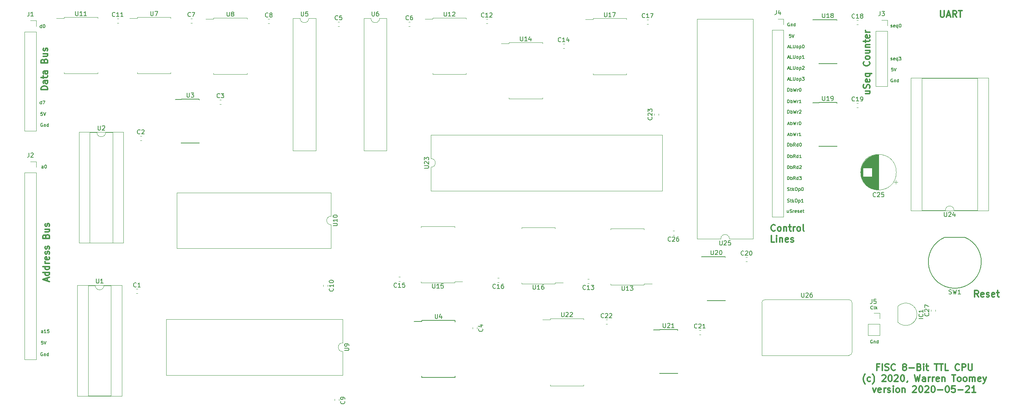
<source format=gbr>
G04 #@! TF.GenerationSoftware,KiCad,Pcbnew,5.1.6+dfsg1-1~bpo10+1*
G04 #@! TF.CreationDate,2020-05-26T13:58:40+10:00*
G04 #@! TF.ProjectId,FISC,46495343-2e6b-4696-9361-645f70636258,rev?*
G04 #@! TF.SameCoordinates,Original*
G04 #@! TF.FileFunction,Legend,Top*
G04 #@! TF.FilePolarity,Positive*
%FSLAX46Y46*%
G04 Gerber Fmt 4.6, Leading zero omitted, Abs format (unit mm)*
G04 Created by KiCad (PCBNEW 5.1.6+dfsg1-1~bpo10+1) date 2020-05-26 13:58:40*
%MOMM*%
%LPD*%
G01*
G04 APERTURE LIST*
%ADD10C,0.150000*%
%ADD11C,0.300000*%
%ADD12C,0.120000*%
G04 APERTURE END LIST*
D10*
X221198428Y-29005571D02*
X221269857Y-29041285D01*
X221412714Y-29041285D01*
X221484142Y-29005571D01*
X221519857Y-28934142D01*
X221519857Y-28898428D01*
X221484142Y-28827000D01*
X221412714Y-28791285D01*
X221305571Y-28791285D01*
X221234142Y-28755571D01*
X221198428Y-28684142D01*
X221198428Y-28648428D01*
X221234142Y-28577000D01*
X221305571Y-28541285D01*
X221412714Y-28541285D01*
X221484142Y-28577000D01*
X222127000Y-29005571D02*
X222055571Y-29041285D01*
X221912714Y-29041285D01*
X221841285Y-29005571D01*
X221805571Y-28934142D01*
X221805571Y-28648428D01*
X221841285Y-28577000D01*
X221912714Y-28541285D01*
X222055571Y-28541285D01*
X222127000Y-28577000D01*
X222162714Y-28648428D01*
X222162714Y-28719857D01*
X221805571Y-28791285D01*
X222805571Y-28541285D02*
X222805571Y-29291285D01*
X222805571Y-29005571D02*
X222734142Y-29041285D01*
X222591285Y-29041285D01*
X222519857Y-29005571D01*
X222484142Y-28969857D01*
X222448428Y-28898428D01*
X222448428Y-28684142D01*
X222484142Y-28612714D01*
X222519857Y-28577000D01*
X222591285Y-28541285D01*
X222734142Y-28541285D01*
X222805571Y-28577000D01*
X223091285Y-28291285D02*
X223555571Y-28291285D01*
X223305571Y-28577000D01*
X223412714Y-28577000D01*
X223484142Y-28612714D01*
X223519857Y-28648428D01*
X223555571Y-28719857D01*
X223555571Y-28898428D01*
X223519857Y-28969857D01*
X223484142Y-29005571D01*
X223412714Y-29041285D01*
X223198428Y-29041285D01*
X223127000Y-29005571D01*
X223091285Y-28969857D01*
X221198428Y-21385571D02*
X221269857Y-21421285D01*
X221412714Y-21421285D01*
X221484142Y-21385571D01*
X221519857Y-21314142D01*
X221519857Y-21278428D01*
X221484142Y-21207000D01*
X221412714Y-21171285D01*
X221305571Y-21171285D01*
X221234142Y-21135571D01*
X221198428Y-21064142D01*
X221198428Y-21028428D01*
X221234142Y-20957000D01*
X221305571Y-20921285D01*
X221412714Y-20921285D01*
X221484142Y-20957000D01*
X222127000Y-21385571D02*
X222055571Y-21421285D01*
X221912714Y-21421285D01*
X221841285Y-21385571D01*
X221805571Y-21314142D01*
X221805571Y-21028428D01*
X221841285Y-20957000D01*
X221912714Y-20921285D01*
X222055571Y-20921285D01*
X222127000Y-20957000D01*
X222162714Y-21028428D01*
X222162714Y-21099857D01*
X221805571Y-21171285D01*
X222805571Y-20921285D02*
X222805571Y-21671285D01*
X222805571Y-21385571D02*
X222734142Y-21421285D01*
X222591285Y-21421285D01*
X222519857Y-21385571D01*
X222484142Y-21349857D01*
X222448428Y-21278428D01*
X222448428Y-21064142D01*
X222484142Y-20992714D01*
X222519857Y-20957000D01*
X222591285Y-20921285D01*
X222734142Y-20921285D01*
X222805571Y-20957000D01*
X223305571Y-20671285D02*
X223377000Y-20671285D01*
X223448428Y-20707000D01*
X223484142Y-20742714D01*
X223519857Y-20814142D01*
X223555571Y-20957000D01*
X223555571Y-21135571D01*
X223519857Y-21278428D01*
X223484142Y-21349857D01*
X223448428Y-21385571D01*
X223377000Y-21421285D01*
X223305571Y-21421285D01*
X223234142Y-21385571D01*
X223198428Y-21349857D01*
X223162714Y-21278428D01*
X223127000Y-21135571D01*
X223127000Y-20957000D01*
X223162714Y-20814142D01*
X223198428Y-20742714D01*
X223234142Y-20707000D01*
X223305571Y-20671285D01*
X25100428Y-92160285D02*
X25100428Y-91767428D01*
X25064714Y-91696000D01*
X24993285Y-91660285D01*
X24850428Y-91660285D01*
X24779000Y-91696000D01*
X25100428Y-92124571D02*
X25029000Y-92160285D01*
X24850428Y-92160285D01*
X24779000Y-92124571D01*
X24743285Y-92053142D01*
X24743285Y-91981714D01*
X24779000Y-91910285D01*
X24850428Y-91874571D01*
X25029000Y-91874571D01*
X25100428Y-91838857D01*
X25850428Y-92160285D02*
X25421857Y-92160285D01*
X25636142Y-92160285D02*
X25636142Y-91410285D01*
X25564714Y-91517428D01*
X25493285Y-91588857D01*
X25421857Y-91624571D01*
X26529000Y-91410285D02*
X26171857Y-91410285D01*
X26136142Y-91767428D01*
X26171857Y-91731714D01*
X26243285Y-91696000D01*
X26421857Y-91696000D01*
X26493285Y-91731714D01*
X26529000Y-91767428D01*
X26564714Y-91838857D01*
X26564714Y-92017428D01*
X26529000Y-92088857D01*
X26493285Y-92124571D01*
X26421857Y-92160285D01*
X26243285Y-92160285D01*
X26171857Y-92124571D01*
X26136142Y-92088857D01*
X25203571Y-54060285D02*
X25203571Y-53667428D01*
X25167857Y-53596000D01*
X25096428Y-53560285D01*
X24953571Y-53560285D01*
X24882142Y-53596000D01*
X25203571Y-54024571D02*
X25132142Y-54060285D01*
X24953571Y-54060285D01*
X24882142Y-54024571D01*
X24846428Y-53953142D01*
X24846428Y-53881714D01*
X24882142Y-53810285D01*
X24953571Y-53774571D01*
X25132142Y-53774571D01*
X25203571Y-53738857D01*
X25703571Y-53310285D02*
X25775000Y-53310285D01*
X25846428Y-53346000D01*
X25882142Y-53381714D01*
X25917857Y-53453142D01*
X25953571Y-53596000D01*
X25953571Y-53774571D01*
X25917857Y-53917428D01*
X25882142Y-53988857D01*
X25846428Y-54024571D01*
X25775000Y-54060285D01*
X25703571Y-54060285D01*
X25632142Y-54024571D01*
X25596428Y-53988857D01*
X25560714Y-53917428D01*
X25525000Y-53774571D01*
X25525000Y-53596000D01*
X25560714Y-53453142D01*
X25596428Y-53381714D01*
X25632142Y-53346000D01*
X25703571Y-53310285D01*
X24822571Y-39201285D02*
X24822571Y-38451285D01*
X24822571Y-39165571D02*
X24751142Y-39201285D01*
X24608285Y-39201285D01*
X24536857Y-39165571D01*
X24501142Y-39129857D01*
X24465428Y-39058428D01*
X24465428Y-38844142D01*
X24501142Y-38772714D01*
X24536857Y-38737000D01*
X24608285Y-38701285D01*
X24751142Y-38701285D01*
X24822571Y-38737000D01*
X25108285Y-38451285D02*
X25608285Y-38451285D01*
X25286857Y-39201285D01*
X24822571Y-21548285D02*
X24822571Y-20798285D01*
X24822571Y-21512571D02*
X24751142Y-21548285D01*
X24608285Y-21548285D01*
X24536857Y-21512571D01*
X24501142Y-21476857D01*
X24465428Y-21405428D01*
X24465428Y-21191142D01*
X24501142Y-21119714D01*
X24536857Y-21084000D01*
X24608285Y-21048285D01*
X24751142Y-21048285D01*
X24822571Y-21084000D01*
X25322571Y-20798285D02*
X25394000Y-20798285D01*
X25465428Y-20834000D01*
X25501142Y-20869714D01*
X25536857Y-20941142D01*
X25572571Y-21084000D01*
X25572571Y-21262571D01*
X25536857Y-21405428D01*
X25501142Y-21476857D01*
X25465428Y-21512571D01*
X25394000Y-21548285D01*
X25322571Y-21548285D01*
X25251142Y-21512571D01*
X25215428Y-21476857D01*
X25179714Y-21405428D01*
X25144000Y-21262571D01*
X25144000Y-21084000D01*
X25179714Y-20941142D01*
X25215428Y-20869714D01*
X25251142Y-20834000D01*
X25322571Y-20798285D01*
X25130142Y-94077285D02*
X24773000Y-94077285D01*
X24737285Y-94434428D01*
X24773000Y-94398714D01*
X24844428Y-94363000D01*
X25023000Y-94363000D01*
X25094428Y-94398714D01*
X25130142Y-94434428D01*
X25165857Y-94505857D01*
X25165857Y-94684428D01*
X25130142Y-94755857D01*
X25094428Y-94791571D01*
X25023000Y-94827285D01*
X24844428Y-94827285D01*
X24773000Y-94791571D01*
X24737285Y-94755857D01*
X25380142Y-94077285D02*
X25630142Y-94827285D01*
X25880142Y-94077285D01*
X25003142Y-41118285D02*
X24646000Y-41118285D01*
X24610285Y-41475428D01*
X24646000Y-41439714D01*
X24717428Y-41404000D01*
X24896000Y-41404000D01*
X24967428Y-41439714D01*
X25003142Y-41475428D01*
X25038857Y-41546857D01*
X25038857Y-41725428D01*
X25003142Y-41796857D01*
X24967428Y-41832571D01*
X24896000Y-41868285D01*
X24717428Y-41868285D01*
X24646000Y-41832571D01*
X24610285Y-41796857D01*
X25253142Y-41118285D02*
X25503142Y-41868285D01*
X25753142Y-41118285D01*
X221726142Y-30831285D02*
X221369000Y-30831285D01*
X221333285Y-31188428D01*
X221369000Y-31152714D01*
X221440428Y-31117000D01*
X221619000Y-31117000D01*
X221690428Y-31152714D01*
X221726142Y-31188428D01*
X221761857Y-31259857D01*
X221761857Y-31438428D01*
X221726142Y-31509857D01*
X221690428Y-31545571D01*
X221619000Y-31581285D01*
X221440428Y-31581285D01*
X221369000Y-31545571D01*
X221333285Y-31509857D01*
X221976142Y-30831285D02*
X222226142Y-31581285D01*
X222476142Y-30831285D01*
X198104142Y-23084285D02*
X197747000Y-23084285D01*
X197711285Y-23441428D01*
X197747000Y-23405714D01*
X197818428Y-23370000D01*
X197997000Y-23370000D01*
X198068428Y-23405714D01*
X198104142Y-23441428D01*
X198139857Y-23512857D01*
X198139857Y-23691428D01*
X198104142Y-23762857D01*
X198068428Y-23798571D01*
X197997000Y-23834285D01*
X197818428Y-23834285D01*
X197747000Y-23798571D01*
X197711285Y-23762857D01*
X198354142Y-23084285D02*
X198604142Y-23834285D01*
X198854142Y-23084285D01*
D11*
X194449285Y-68475714D02*
X194377857Y-68547142D01*
X194163571Y-68618571D01*
X194020714Y-68618571D01*
X193806428Y-68547142D01*
X193663571Y-68404285D01*
X193592142Y-68261428D01*
X193520714Y-67975714D01*
X193520714Y-67761428D01*
X193592142Y-67475714D01*
X193663571Y-67332857D01*
X193806428Y-67190000D01*
X194020714Y-67118571D01*
X194163571Y-67118571D01*
X194377857Y-67190000D01*
X194449285Y-67261428D01*
X195306428Y-68618571D02*
X195163571Y-68547142D01*
X195092142Y-68475714D01*
X195020714Y-68332857D01*
X195020714Y-67904285D01*
X195092142Y-67761428D01*
X195163571Y-67690000D01*
X195306428Y-67618571D01*
X195520714Y-67618571D01*
X195663571Y-67690000D01*
X195735000Y-67761428D01*
X195806428Y-67904285D01*
X195806428Y-68332857D01*
X195735000Y-68475714D01*
X195663571Y-68547142D01*
X195520714Y-68618571D01*
X195306428Y-68618571D01*
X196449285Y-67618571D02*
X196449285Y-68618571D01*
X196449285Y-67761428D02*
X196520714Y-67690000D01*
X196663571Y-67618571D01*
X196877857Y-67618571D01*
X197020714Y-67690000D01*
X197092142Y-67832857D01*
X197092142Y-68618571D01*
X197592142Y-67618571D02*
X198163571Y-67618571D01*
X197806428Y-67118571D02*
X197806428Y-68404285D01*
X197877857Y-68547142D01*
X198020714Y-68618571D01*
X198163571Y-68618571D01*
X198663571Y-68618571D02*
X198663571Y-67618571D01*
X198663571Y-67904285D02*
X198735000Y-67761428D01*
X198806428Y-67690000D01*
X198949285Y-67618571D01*
X199092142Y-67618571D01*
X199806428Y-68618571D02*
X199663571Y-68547142D01*
X199592142Y-68475714D01*
X199520714Y-68332857D01*
X199520714Y-67904285D01*
X199592142Y-67761428D01*
X199663571Y-67690000D01*
X199806428Y-67618571D01*
X200020714Y-67618571D01*
X200163571Y-67690000D01*
X200235000Y-67761428D01*
X200306428Y-67904285D01*
X200306428Y-68332857D01*
X200235000Y-68475714D01*
X200163571Y-68547142D01*
X200020714Y-68618571D01*
X199806428Y-68618571D01*
X201163571Y-68618571D02*
X201020714Y-68547142D01*
X200949285Y-68404285D01*
X200949285Y-67118571D01*
X194306428Y-71168571D02*
X193592142Y-71168571D01*
X193592142Y-69668571D01*
X194806428Y-71168571D02*
X194806428Y-70168571D01*
X194806428Y-69668571D02*
X194735000Y-69740000D01*
X194806428Y-69811428D01*
X194877857Y-69740000D01*
X194806428Y-69668571D01*
X194806428Y-69811428D01*
X195520714Y-70168571D02*
X195520714Y-71168571D01*
X195520714Y-70311428D02*
X195592142Y-70240000D01*
X195735000Y-70168571D01*
X195949285Y-70168571D01*
X196092142Y-70240000D01*
X196163571Y-70382857D01*
X196163571Y-71168571D01*
X197449285Y-71097142D02*
X197306428Y-71168571D01*
X197020714Y-71168571D01*
X196877857Y-71097142D01*
X196806428Y-70954285D01*
X196806428Y-70382857D01*
X196877857Y-70240000D01*
X197020714Y-70168571D01*
X197306428Y-70168571D01*
X197449285Y-70240000D01*
X197520714Y-70382857D01*
X197520714Y-70525714D01*
X196806428Y-70668571D01*
X198092142Y-71097142D02*
X198235000Y-71168571D01*
X198520714Y-71168571D01*
X198663571Y-71097142D01*
X198735000Y-70954285D01*
X198735000Y-70882857D01*
X198663571Y-70740000D01*
X198520714Y-70668571D01*
X198306428Y-70668571D01*
X198163571Y-70597142D01*
X198092142Y-70454285D01*
X198092142Y-70382857D01*
X198163571Y-70240000D01*
X198306428Y-70168571D01*
X198520714Y-70168571D01*
X198663571Y-70240000D01*
D10*
X25044857Y-96780000D02*
X24973428Y-96744285D01*
X24866285Y-96744285D01*
X24759142Y-96780000D01*
X24687714Y-96851428D01*
X24652000Y-96922857D01*
X24616285Y-97065714D01*
X24616285Y-97172857D01*
X24652000Y-97315714D01*
X24687714Y-97387142D01*
X24759142Y-97458571D01*
X24866285Y-97494285D01*
X24937714Y-97494285D01*
X25044857Y-97458571D01*
X25080571Y-97422857D01*
X25080571Y-97172857D01*
X24937714Y-97172857D01*
X25402000Y-96994285D02*
X25402000Y-97494285D01*
X25402000Y-97065714D02*
X25437714Y-97030000D01*
X25509142Y-96994285D01*
X25616285Y-96994285D01*
X25687714Y-97030000D01*
X25723428Y-97101428D01*
X25723428Y-97494285D01*
X26402000Y-97494285D02*
X26402000Y-96744285D01*
X26402000Y-97458571D02*
X26330571Y-97494285D01*
X26187714Y-97494285D01*
X26116285Y-97458571D01*
X26080571Y-97422857D01*
X26044857Y-97351428D01*
X26044857Y-97137142D01*
X26080571Y-97065714D01*
X26116285Y-97030000D01*
X26187714Y-96994285D01*
X26330571Y-96994285D01*
X26402000Y-97030000D01*
X25044857Y-43694000D02*
X24973428Y-43658285D01*
X24866285Y-43658285D01*
X24759142Y-43694000D01*
X24687714Y-43765428D01*
X24652000Y-43836857D01*
X24616285Y-43979714D01*
X24616285Y-44086857D01*
X24652000Y-44229714D01*
X24687714Y-44301142D01*
X24759142Y-44372571D01*
X24866285Y-44408285D01*
X24937714Y-44408285D01*
X25044857Y-44372571D01*
X25080571Y-44336857D01*
X25080571Y-44086857D01*
X24937714Y-44086857D01*
X25402000Y-43908285D02*
X25402000Y-44408285D01*
X25402000Y-43979714D02*
X25437714Y-43944000D01*
X25509142Y-43908285D01*
X25616285Y-43908285D01*
X25687714Y-43944000D01*
X25723428Y-44015428D01*
X25723428Y-44408285D01*
X26402000Y-44408285D02*
X26402000Y-43658285D01*
X26402000Y-44372571D02*
X26330571Y-44408285D01*
X26187714Y-44408285D01*
X26116285Y-44372571D01*
X26080571Y-44336857D01*
X26044857Y-44265428D01*
X26044857Y-44051142D01*
X26080571Y-43979714D01*
X26116285Y-43944000D01*
X26187714Y-43908285D01*
X26330571Y-43908285D01*
X26402000Y-43944000D01*
X197764857Y-20453000D02*
X197693428Y-20417285D01*
X197586285Y-20417285D01*
X197479142Y-20453000D01*
X197407714Y-20524428D01*
X197372000Y-20595857D01*
X197336285Y-20738714D01*
X197336285Y-20845857D01*
X197372000Y-20988714D01*
X197407714Y-21060142D01*
X197479142Y-21131571D01*
X197586285Y-21167285D01*
X197657714Y-21167285D01*
X197764857Y-21131571D01*
X197800571Y-21095857D01*
X197800571Y-20845857D01*
X197657714Y-20845857D01*
X198122000Y-20667285D02*
X198122000Y-21167285D01*
X198122000Y-20738714D02*
X198157714Y-20703000D01*
X198229142Y-20667285D01*
X198336285Y-20667285D01*
X198407714Y-20703000D01*
X198443428Y-20774428D01*
X198443428Y-21167285D01*
X199122000Y-21167285D02*
X199122000Y-20417285D01*
X199122000Y-21131571D02*
X199050571Y-21167285D01*
X198907714Y-21167285D01*
X198836285Y-21131571D01*
X198800571Y-21095857D01*
X198764857Y-21024428D01*
X198764857Y-20810142D01*
X198800571Y-20738714D01*
X198836285Y-20703000D01*
X198907714Y-20667285D01*
X199050571Y-20667285D01*
X199122000Y-20703000D01*
X221640857Y-33407000D02*
X221569428Y-33371285D01*
X221462285Y-33371285D01*
X221355142Y-33407000D01*
X221283714Y-33478428D01*
X221248000Y-33549857D01*
X221212285Y-33692714D01*
X221212285Y-33799857D01*
X221248000Y-33942714D01*
X221283714Y-34014142D01*
X221355142Y-34085571D01*
X221462285Y-34121285D01*
X221533714Y-34121285D01*
X221640857Y-34085571D01*
X221676571Y-34049857D01*
X221676571Y-33799857D01*
X221533714Y-33799857D01*
X221998000Y-33621285D02*
X221998000Y-34121285D01*
X221998000Y-33692714D02*
X222033714Y-33657000D01*
X222105142Y-33621285D01*
X222212285Y-33621285D01*
X222283714Y-33657000D01*
X222319428Y-33728428D01*
X222319428Y-34121285D01*
X222998000Y-34121285D02*
X222998000Y-33371285D01*
X222998000Y-34085571D02*
X222926571Y-34121285D01*
X222783714Y-34121285D01*
X222712285Y-34085571D01*
X222676571Y-34049857D01*
X222640857Y-33978428D01*
X222640857Y-33764142D01*
X222676571Y-33692714D01*
X222712285Y-33657000D01*
X222783714Y-33621285D01*
X222926571Y-33621285D01*
X222998000Y-33657000D01*
X217029142Y-86627857D02*
X216993428Y-86663571D01*
X216886285Y-86699285D01*
X216814857Y-86699285D01*
X216707714Y-86663571D01*
X216636285Y-86592142D01*
X216600571Y-86520714D01*
X216564857Y-86377857D01*
X216564857Y-86270714D01*
X216600571Y-86127857D01*
X216636285Y-86056428D01*
X216707714Y-85985000D01*
X216814857Y-85949285D01*
X216886285Y-85949285D01*
X216993428Y-85985000D01*
X217029142Y-86020714D01*
X217457714Y-86699285D02*
X217386285Y-86663571D01*
X217350571Y-86592142D01*
X217350571Y-85949285D01*
X217743428Y-86699285D02*
X217743428Y-85949285D01*
X217814857Y-86413571D02*
X218029142Y-86699285D01*
X218029142Y-86199285D02*
X217743428Y-86485000D01*
X216941857Y-93859000D02*
X216870428Y-93823285D01*
X216763285Y-93823285D01*
X216656142Y-93859000D01*
X216584714Y-93930428D01*
X216549000Y-94001857D01*
X216513285Y-94144714D01*
X216513285Y-94251857D01*
X216549000Y-94394714D01*
X216584714Y-94466142D01*
X216656142Y-94537571D01*
X216763285Y-94573285D01*
X216834714Y-94573285D01*
X216941857Y-94537571D01*
X216977571Y-94501857D01*
X216977571Y-94251857D01*
X216834714Y-94251857D01*
X217299000Y-94073285D02*
X217299000Y-94573285D01*
X217299000Y-94144714D02*
X217334714Y-94109000D01*
X217406142Y-94073285D01*
X217513285Y-94073285D01*
X217584714Y-94109000D01*
X217620428Y-94180428D01*
X217620428Y-94573285D01*
X218299000Y-94573285D02*
X218299000Y-93823285D01*
X218299000Y-94537571D02*
X218227571Y-94573285D01*
X218084714Y-94573285D01*
X218013285Y-94537571D01*
X217977571Y-94501857D01*
X217941857Y-94430428D01*
X217941857Y-94216142D01*
X217977571Y-94144714D01*
X218013285Y-94109000D01*
X218084714Y-94073285D01*
X218227571Y-94073285D01*
X218299000Y-94109000D01*
X197546714Y-63847285D02*
X197546714Y-64347285D01*
X197225285Y-63847285D02*
X197225285Y-64240142D01*
X197261000Y-64311571D01*
X197332428Y-64347285D01*
X197439571Y-64347285D01*
X197511000Y-64311571D01*
X197546714Y-64275857D01*
X197868142Y-64311571D02*
X197975285Y-64347285D01*
X198153857Y-64347285D01*
X198225285Y-64311571D01*
X198261000Y-64275857D01*
X198296714Y-64204428D01*
X198296714Y-64133000D01*
X198261000Y-64061571D01*
X198225285Y-64025857D01*
X198153857Y-63990142D01*
X198011000Y-63954428D01*
X197939571Y-63918714D01*
X197903857Y-63883000D01*
X197868142Y-63811571D01*
X197868142Y-63740142D01*
X197903857Y-63668714D01*
X197939571Y-63633000D01*
X198011000Y-63597285D01*
X198189571Y-63597285D01*
X198296714Y-63633000D01*
X198618142Y-64347285D02*
X198618142Y-63847285D01*
X198618142Y-63990142D02*
X198653857Y-63918714D01*
X198689571Y-63883000D01*
X198761000Y-63847285D01*
X198832428Y-63847285D01*
X199368142Y-64311571D02*
X199296714Y-64347285D01*
X199153857Y-64347285D01*
X199082428Y-64311571D01*
X199046714Y-64240142D01*
X199046714Y-63954428D01*
X199082428Y-63883000D01*
X199153857Y-63847285D01*
X199296714Y-63847285D01*
X199368142Y-63883000D01*
X199403857Y-63954428D01*
X199403857Y-64025857D01*
X199046714Y-64097285D01*
X199689571Y-64311571D02*
X199761000Y-64347285D01*
X199903857Y-64347285D01*
X199975285Y-64311571D01*
X200011000Y-64240142D01*
X200011000Y-64204428D01*
X199975285Y-64133000D01*
X199903857Y-64097285D01*
X199796714Y-64097285D01*
X199725285Y-64061571D01*
X199689571Y-63990142D01*
X199689571Y-63954428D01*
X199725285Y-63883000D01*
X199796714Y-63847285D01*
X199903857Y-63847285D01*
X199975285Y-63883000D01*
X200618142Y-64311571D02*
X200546714Y-64347285D01*
X200403857Y-64347285D01*
X200332428Y-64311571D01*
X200296714Y-64240142D01*
X200296714Y-63954428D01*
X200332428Y-63883000D01*
X200403857Y-63847285D01*
X200546714Y-63847285D01*
X200618142Y-63883000D01*
X200653857Y-63954428D01*
X200653857Y-64025857D01*
X200296714Y-64097285D01*
X200868142Y-63847285D02*
X201153857Y-63847285D01*
X200975285Y-63597285D02*
X200975285Y-64240142D01*
X201011000Y-64311571D01*
X201082428Y-64347285D01*
X201153857Y-64347285D01*
X197314571Y-61898571D02*
X197421714Y-61934285D01*
X197600285Y-61934285D01*
X197671714Y-61898571D01*
X197707428Y-61862857D01*
X197743142Y-61791428D01*
X197743142Y-61720000D01*
X197707428Y-61648571D01*
X197671714Y-61612857D01*
X197600285Y-61577142D01*
X197457428Y-61541428D01*
X197386000Y-61505714D01*
X197350285Y-61470000D01*
X197314571Y-61398571D01*
X197314571Y-61327142D01*
X197350285Y-61255714D01*
X197386000Y-61220000D01*
X197457428Y-61184285D01*
X197636000Y-61184285D01*
X197743142Y-61220000D01*
X197957428Y-61434285D02*
X198243142Y-61434285D01*
X198064571Y-61184285D02*
X198064571Y-61827142D01*
X198100285Y-61898571D01*
X198171714Y-61934285D01*
X198243142Y-61934285D01*
X198493142Y-61934285D02*
X198493142Y-61184285D01*
X198564571Y-61648571D02*
X198778857Y-61934285D01*
X198778857Y-61434285D02*
X198493142Y-61720000D01*
X199243142Y-61184285D02*
X199386000Y-61184285D01*
X199457428Y-61220000D01*
X199528857Y-61291428D01*
X199564571Y-61434285D01*
X199564571Y-61684285D01*
X199528857Y-61827142D01*
X199457428Y-61898571D01*
X199386000Y-61934285D01*
X199243142Y-61934285D01*
X199171714Y-61898571D01*
X199100285Y-61827142D01*
X199064571Y-61684285D01*
X199064571Y-61434285D01*
X199100285Y-61291428D01*
X199171714Y-61220000D01*
X199243142Y-61184285D01*
X199886000Y-61434285D02*
X199886000Y-62184285D01*
X199886000Y-61470000D02*
X199957428Y-61434285D01*
X200100285Y-61434285D01*
X200171714Y-61470000D01*
X200207428Y-61505714D01*
X200243142Y-61577142D01*
X200243142Y-61791428D01*
X200207428Y-61862857D01*
X200171714Y-61898571D01*
X200100285Y-61934285D01*
X199957428Y-61934285D01*
X199886000Y-61898571D01*
X200957428Y-61934285D02*
X200528857Y-61934285D01*
X200743142Y-61934285D02*
X200743142Y-61184285D01*
X200671714Y-61291428D01*
X200600285Y-61362857D01*
X200528857Y-61398571D01*
X197314571Y-59231571D02*
X197421714Y-59267285D01*
X197600285Y-59267285D01*
X197671714Y-59231571D01*
X197707428Y-59195857D01*
X197743142Y-59124428D01*
X197743142Y-59053000D01*
X197707428Y-58981571D01*
X197671714Y-58945857D01*
X197600285Y-58910142D01*
X197457428Y-58874428D01*
X197386000Y-58838714D01*
X197350285Y-58803000D01*
X197314571Y-58731571D01*
X197314571Y-58660142D01*
X197350285Y-58588714D01*
X197386000Y-58553000D01*
X197457428Y-58517285D01*
X197636000Y-58517285D01*
X197743142Y-58553000D01*
X197957428Y-58767285D02*
X198243142Y-58767285D01*
X198064571Y-58517285D02*
X198064571Y-59160142D01*
X198100285Y-59231571D01*
X198171714Y-59267285D01*
X198243142Y-59267285D01*
X198493142Y-59267285D02*
X198493142Y-58517285D01*
X198564571Y-58981571D02*
X198778857Y-59267285D01*
X198778857Y-58767285D02*
X198493142Y-59053000D01*
X199243142Y-58517285D02*
X199386000Y-58517285D01*
X199457428Y-58553000D01*
X199528857Y-58624428D01*
X199564571Y-58767285D01*
X199564571Y-59017285D01*
X199528857Y-59160142D01*
X199457428Y-59231571D01*
X199386000Y-59267285D01*
X199243142Y-59267285D01*
X199171714Y-59231571D01*
X199100285Y-59160142D01*
X199064571Y-59017285D01*
X199064571Y-58767285D01*
X199100285Y-58624428D01*
X199171714Y-58553000D01*
X199243142Y-58517285D01*
X199886000Y-58767285D02*
X199886000Y-59517285D01*
X199886000Y-58803000D02*
X199957428Y-58767285D01*
X200100285Y-58767285D01*
X200171714Y-58803000D01*
X200207428Y-58838714D01*
X200243142Y-58910142D01*
X200243142Y-59124428D01*
X200207428Y-59195857D01*
X200171714Y-59231571D01*
X200100285Y-59267285D01*
X199957428Y-59267285D01*
X199886000Y-59231571D01*
X200707428Y-58517285D02*
X200778857Y-58517285D01*
X200850285Y-58553000D01*
X200886000Y-58588714D01*
X200921714Y-58660142D01*
X200957428Y-58803000D01*
X200957428Y-58981571D01*
X200921714Y-59124428D01*
X200886000Y-59195857D01*
X200850285Y-59231571D01*
X200778857Y-59267285D01*
X200707428Y-59267285D01*
X200636000Y-59231571D01*
X200600285Y-59195857D01*
X200564571Y-59124428D01*
X200528857Y-58981571D01*
X200528857Y-58803000D01*
X200564571Y-58660142D01*
X200600285Y-58588714D01*
X200636000Y-58553000D01*
X200707428Y-58517285D01*
X197274857Y-56727285D02*
X197274857Y-55977285D01*
X197453428Y-55977285D01*
X197560571Y-56013000D01*
X197632000Y-56084428D01*
X197667714Y-56155857D01*
X197703428Y-56298714D01*
X197703428Y-56405857D01*
X197667714Y-56548714D01*
X197632000Y-56620142D01*
X197560571Y-56691571D01*
X197453428Y-56727285D01*
X197274857Y-56727285D01*
X198024857Y-56727285D02*
X198024857Y-55977285D01*
X198024857Y-56263000D02*
X198096285Y-56227285D01*
X198239142Y-56227285D01*
X198310571Y-56263000D01*
X198346285Y-56298714D01*
X198382000Y-56370142D01*
X198382000Y-56584428D01*
X198346285Y-56655857D01*
X198310571Y-56691571D01*
X198239142Y-56727285D01*
X198096285Y-56727285D01*
X198024857Y-56691571D01*
X199132000Y-56727285D02*
X198882000Y-56370142D01*
X198703428Y-56727285D02*
X198703428Y-55977285D01*
X198989142Y-55977285D01*
X199060571Y-56013000D01*
X199096285Y-56048714D01*
X199132000Y-56120142D01*
X199132000Y-56227285D01*
X199096285Y-56298714D01*
X199060571Y-56334428D01*
X198989142Y-56370142D01*
X198703428Y-56370142D01*
X199774857Y-56727285D02*
X199774857Y-55977285D01*
X199774857Y-56691571D02*
X199703428Y-56727285D01*
X199560571Y-56727285D01*
X199489142Y-56691571D01*
X199453428Y-56655857D01*
X199417714Y-56584428D01*
X199417714Y-56370142D01*
X199453428Y-56298714D01*
X199489142Y-56263000D01*
X199560571Y-56227285D01*
X199703428Y-56227285D01*
X199774857Y-56263000D01*
X200060571Y-55977285D02*
X200524857Y-55977285D01*
X200274857Y-56263000D01*
X200382000Y-56263000D01*
X200453428Y-56298714D01*
X200489142Y-56334428D01*
X200524857Y-56405857D01*
X200524857Y-56584428D01*
X200489142Y-56655857D01*
X200453428Y-56691571D01*
X200382000Y-56727285D01*
X200167714Y-56727285D01*
X200096285Y-56691571D01*
X200060571Y-56655857D01*
X197274857Y-54187285D02*
X197274857Y-53437285D01*
X197453428Y-53437285D01*
X197560571Y-53473000D01*
X197632000Y-53544428D01*
X197667714Y-53615857D01*
X197703428Y-53758714D01*
X197703428Y-53865857D01*
X197667714Y-54008714D01*
X197632000Y-54080142D01*
X197560571Y-54151571D01*
X197453428Y-54187285D01*
X197274857Y-54187285D01*
X198024857Y-54187285D02*
X198024857Y-53437285D01*
X198024857Y-53723000D02*
X198096285Y-53687285D01*
X198239142Y-53687285D01*
X198310571Y-53723000D01*
X198346285Y-53758714D01*
X198382000Y-53830142D01*
X198382000Y-54044428D01*
X198346285Y-54115857D01*
X198310571Y-54151571D01*
X198239142Y-54187285D01*
X198096285Y-54187285D01*
X198024857Y-54151571D01*
X199132000Y-54187285D02*
X198882000Y-53830142D01*
X198703428Y-54187285D02*
X198703428Y-53437285D01*
X198989142Y-53437285D01*
X199060571Y-53473000D01*
X199096285Y-53508714D01*
X199132000Y-53580142D01*
X199132000Y-53687285D01*
X199096285Y-53758714D01*
X199060571Y-53794428D01*
X198989142Y-53830142D01*
X198703428Y-53830142D01*
X199774857Y-54187285D02*
X199774857Y-53437285D01*
X199774857Y-54151571D02*
X199703428Y-54187285D01*
X199560571Y-54187285D01*
X199489142Y-54151571D01*
X199453428Y-54115857D01*
X199417714Y-54044428D01*
X199417714Y-53830142D01*
X199453428Y-53758714D01*
X199489142Y-53723000D01*
X199560571Y-53687285D01*
X199703428Y-53687285D01*
X199774857Y-53723000D01*
X200096285Y-53508714D02*
X200132000Y-53473000D01*
X200203428Y-53437285D01*
X200382000Y-53437285D01*
X200453428Y-53473000D01*
X200489142Y-53508714D01*
X200524857Y-53580142D01*
X200524857Y-53651571D01*
X200489142Y-53758714D01*
X200060571Y-54187285D01*
X200524857Y-54187285D01*
X197274857Y-51647285D02*
X197274857Y-50897285D01*
X197453428Y-50897285D01*
X197560571Y-50933000D01*
X197632000Y-51004428D01*
X197667714Y-51075857D01*
X197703428Y-51218714D01*
X197703428Y-51325857D01*
X197667714Y-51468714D01*
X197632000Y-51540142D01*
X197560571Y-51611571D01*
X197453428Y-51647285D01*
X197274857Y-51647285D01*
X198024857Y-51647285D02*
X198024857Y-50897285D01*
X198024857Y-51183000D02*
X198096285Y-51147285D01*
X198239142Y-51147285D01*
X198310571Y-51183000D01*
X198346285Y-51218714D01*
X198382000Y-51290142D01*
X198382000Y-51504428D01*
X198346285Y-51575857D01*
X198310571Y-51611571D01*
X198239142Y-51647285D01*
X198096285Y-51647285D01*
X198024857Y-51611571D01*
X199132000Y-51647285D02*
X198882000Y-51290142D01*
X198703428Y-51647285D02*
X198703428Y-50897285D01*
X198989142Y-50897285D01*
X199060571Y-50933000D01*
X199096285Y-50968714D01*
X199132000Y-51040142D01*
X199132000Y-51147285D01*
X199096285Y-51218714D01*
X199060571Y-51254428D01*
X198989142Y-51290142D01*
X198703428Y-51290142D01*
X199774857Y-51647285D02*
X199774857Y-50897285D01*
X199774857Y-51611571D02*
X199703428Y-51647285D01*
X199560571Y-51647285D01*
X199489142Y-51611571D01*
X199453428Y-51575857D01*
X199417714Y-51504428D01*
X199417714Y-51290142D01*
X199453428Y-51218714D01*
X199489142Y-51183000D01*
X199560571Y-51147285D01*
X199703428Y-51147285D01*
X199774857Y-51183000D01*
X200524857Y-51647285D02*
X200096285Y-51647285D01*
X200310571Y-51647285D02*
X200310571Y-50897285D01*
X200239142Y-51004428D01*
X200167714Y-51075857D01*
X200096285Y-51111571D01*
X197274857Y-48980285D02*
X197274857Y-48230285D01*
X197453428Y-48230285D01*
X197560571Y-48266000D01*
X197632000Y-48337428D01*
X197667714Y-48408857D01*
X197703428Y-48551714D01*
X197703428Y-48658857D01*
X197667714Y-48801714D01*
X197632000Y-48873142D01*
X197560571Y-48944571D01*
X197453428Y-48980285D01*
X197274857Y-48980285D01*
X198024857Y-48980285D02*
X198024857Y-48230285D01*
X198024857Y-48516000D02*
X198096285Y-48480285D01*
X198239142Y-48480285D01*
X198310571Y-48516000D01*
X198346285Y-48551714D01*
X198382000Y-48623142D01*
X198382000Y-48837428D01*
X198346285Y-48908857D01*
X198310571Y-48944571D01*
X198239142Y-48980285D01*
X198096285Y-48980285D01*
X198024857Y-48944571D01*
X199132000Y-48980285D02*
X198882000Y-48623142D01*
X198703428Y-48980285D02*
X198703428Y-48230285D01*
X198989142Y-48230285D01*
X199060571Y-48266000D01*
X199096285Y-48301714D01*
X199132000Y-48373142D01*
X199132000Y-48480285D01*
X199096285Y-48551714D01*
X199060571Y-48587428D01*
X198989142Y-48623142D01*
X198703428Y-48623142D01*
X199774857Y-48980285D02*
X199774857Y-48230285D01*
X199774857Y-48944571D02*
X199703428Y-48980285D01*
X199560571Y-48980285D01*
X199489142Y-48944571D01*
X199453428Y-48908857D01*
X199417714Y-48837428D01*
X199417714Y-48623142D01*
X199453428Y-48551714D01*
X199489142Y-48516000D01*
X199560571Y-48480285D01*
X199703428Y-48480285D01*
X199774857Y-48516000D01*
X200274857Y-48230285D02*
X200346285Y-48230285D01*
X200417714Y-48266000D01*
X200453428Y-48301714D01*
X200489142Y-48373142D01*
X200524857Y-48516000D01*
X200524857Y-48694571D01*
X200489142Y-48837428D01*
X200453428Y-48908857D01*
X200417714Y-48944571D01*
X200346285Y-48980285D01*
X200274857Y-48980285D01*
X200203428Y-48944571D01*
X200167714Y-48908857D01*
X200132000Y-48837428D01*
X200096285Y-48694571D01*
X200096285Y-48516000D01*
X200132000Y-48373142D01*
X200167714Y-48301714D01*
X200203428Y-48266000D01*
X200274857Y-48230285D01*
X197346285Y-46353000D02*
X197703428Y-46353000D01*
X197274857Y-46567285D02*
X197524857Y-45817285D01*
X197774857Y-46567285D01*
X198024857Y-46567285D02*
X198024857Y-45817285D01*
X198024857Y-46103000D02*
X198096285Y-46067285D01*
X198239142Y-46067285D01*
X198310571Y-46103000D01*
X198346285Y-46138714D01*
X198382000Y-46210142D01*
X198382000Y-46424428D01*
X198346285Y-46495857D01*
X198310571Y-46531571D01*
X198239142Y-46567285D01*
X198096285Y-46567285D01*
X198024857Y-46531571D01*
X198632000Y-45817285D02*
X198810571Y-46567285D01*
X198953428Y-46031571D01*
X199096285Y-46567285D01*
X199274857Y-45817285D01*
X199560571Y-46567285D02*
X199560571Y-46067285D01*
X199560571Y-46210142D02*
X199596285Y-46138714D01*
X199632000Y-46103000D01*
X199703428Y-46067285D01*
X199774857Y-46067285D01*
X200417714Y-46567285D02*
X199989142Y-46567285D01*
X200203428Y-46567285D02*
X200203428Y-45817285D01*
X200132000Y-45924428D01*
X200060571Y-45995857D01*
X199989142Y-46031571D01*
X197346285Y-43813000D02*
X197703428Y-43813000D01*
X197274857Y-44027285D02*
X197524857Y-43277285D01*
X197774857Y-44027285D01*
X198024857Y-44027285D02*
X198024857Y-43277285D01*
X198024857Y-43563000D02*
X198096285Y-43527285D01*
X198239142Y-43527285D01*
X198310571Y-43563000D01*
X198346285Y-43598714D01*
X198382000Y-43670142D01*
X198382000Y-43884428D01*
X198346285Y-43955857D01*
X198310571Y-43991571D01*
X198239142Y-44027285D01*
X198096285Y-44027285D01*
X198024857Y-43991571D01*
X198632000Y-43277285D02*
X198810571Y-44027285D01*
X198953428Y-43491571D01*
X199096285Y-44027285D01*
X199274857Y-43277285D01*
X199560571Y-44027285D02*
X199560571Y-43527285D01*
X199560571Y-43670142D02*
X199596285Y-43598714D01*
X199632000Y-43563000D01*
X199703428Y-43527285D01*
X199774857Y-43527285D01*
X200167714Y-43277285D02*
X200239142Y-43277285D01*
X200310571Y-43313000D01*
X200346285Y-43348714D01*
X200382000Y-43420142D01*
X200417714Y-43563000D01*
X200417714Y-43741571D01*
X200382000Y-43884428D01*
X200346285Y-43955857D01*
X200310571Y-43991571D01*
X200239142Y-44027285D01*
X200167714Y-44027285D01*
X200096285Y-43991571D01*
X200060571Y-43955857D01*
X200024857Y-43884428D01*
X199989142Y-43741571D01*
X199989142Y-43563000D01*
X200024857Y-43420142D01*
X200060571Y-43348714D01*
X200096285Y-43313000D01*
X200167714Y-43277285D01*
X197328428Y-41360285D02*
X197328428Y-40610285D01*
X197507000Y-40610285D01*
X197614142Y-40646000D01*
X197685571Y-40717428D01*
X197721285Y-40788857D01*
X197757000Y-40931714D01*
X197757000Y-41038857D01*
X197721285Y-41181714D01*
X197685571Y-41253142D01*
X197614142Y-41324571D01*
X197507000Y-41360285D01*
X197328428Y-41360285D01*
X198078428Y-41360285D02*
X198078428Y-40610285D01*
X198078428Y-40896000D02*
X198149857Y-40860285D01*
X198292714Y-40860285D01*
X198364142Y-40896000D01*
X198399857Y-40931714D01*
X198435571Y-41003142D01*
X198435571Y-41217428D01*
X198399857Y-41288857D01*
X198364142Y-41324571D01*
X198292714Y-41360285D01*
X198149857Y-41360285D01*
X198078428Y-41324571D01*
X198685571Y-40610285D02*
X198864142Y-41360285D01*
X199007000Y-40824571D01*
X199149857Y-41360285D01*
X199328428Y-40610285D01*
X199614142Y-41360285D02*
X199614142Y-40860285D01*
X199614142Y-41003142D02*
X199649857Y-40931714D01*
X199685571Y-40896000D01*
X199757000Y-40860285D01*
X199828428Y-40860285D01*
X200042714Y-40681714D02*
X200078428Y-40646000D01*
X200149857Y-40610285D01*
X200328428Y-40610285D01*
X200399857Y-40646000D01*
X200435571Y-40681714D01*
X200471285Y-40753142D01*
X200471285Y-40824571D01*
X200435571Y-40931714D01*
X200007000Y-41360285D01*
X200471285Y-41360285D01*
X197328428Y-38947285D02*
X197328428Y-38197285D01*
X197507000Y-38197285D01*
X197614142Y-38233000D01*
X197685571Y-38304428D01*
X197721285Y-38375857D01*
X197757000Y-38518714D01*
X197757000Y-38625857D01*
X197721285Y-38768714D01*
X197685571Y-38840142D01*
X197614142Y-38911571D01*
X197507000Y-38947285D01*
X197328428Y-38947285D01*
X198078428Y-38947285D02*
X198078428Y-38197285D01*
X198078428Y-38483000D02*
X198149857Y-38447285D01*
X198292714Y-38447285D01*
X198364142Y-38483000D01*
X198399857Y-38518714D01*
X198435571Y-38590142D01*
X198435571Y-38804428D01*
X198399857Y-38875857D01*
X198364142Y-38911571D01*
X198292714Y-38947285D01*
X198149857Y-38947285D01*
X198078428Y-38911571D01*
X198685571Y-38197285D02*
X198864142Y-38947285D01*
X199007000Y-38411571D01*
X199149857Y-38947285D01*
X199328428Y-38197285D01*
X199614142Y-38947285D02*
X199614142Y-38447285D01*
X199614142Y-38590142D02*
X199649857Y-38518714D01*
X199685571Y-38483000D01*
X199757000Y-38447285D01*
X199828428Y-38447285D01*
X200471285Y-38947285D02*
X200042714Y-38947285D01*
X200257000Y-38947285D02*
X200257000Y-38197285D01*
X200185571Y-38304428D01*
X200114142Y-38375857D01*
X200042714Y-38411571D01*
X197328428Y-36280285D02*
X197328428Y-35530285D01*
X197507000Y-35530285D01*
X197614142Y-35566000D01*
X197685571Y-35637428D01*
X197721285Y-35708857D01*
X197757000Y-35851714D01*
X197757000Y-35958857D01*
X197721285Y-36101714D01*
X197685571Y-36173142D01*
X197614142Y-36244571D01*
X197507000Y-36280285D01*
X197328428Y-36280285D01*
X198078428Y-36280285D02*
X198078428Y-35530285D01*
X198078428Y-35816000D02*
X198149857Y-35780285D01*
X198292714Y-35780285D01*
X198364142Y-35816000D01*
X198399857Y-35851714D01*
X198435571Y-35923142D01*
X198435571Y-36137428D01*
X198399857Y-36208857D01*
X198364142Y-36244571D01*
X198292714Y-36280285D01*
X198149857Y-36280285D01*
X198078428Y-36244571D01*
X198685571Y-35530285D02*
X198864142Y-36280285D01*
X199007000Y-35744571D01*
X199149857Y-36280285D01*
X199328428Y-35530285D01*
X199614142Y-36280285D02*
X199614142Y-35780285D01*
X199614142Y-35923142D02*
X199649857Y-35851714D01*
X199685571Y-35816000D01*
X199757000Y-35780285D01*
X199828428Y-35780285D01*
X200221285Y-35530285D02*
X200292714Y-35530285D01*
X200364142Y-35566000D01*
X200399857Y-35601714D01*
X200435571Y-35673142D01*
X200471285Y-35816000D01*
X200471285Y-35994571D01*
X200435571Y-36137428D01*
X200399857Y-36208857D01*
X200364142Y-36244571D01*
X200292714Y-36280285D01*
X200221285Y-36280285D01*
X200149857Y-36244571D01*
X200114142Y-36208857D01*
X200078428Y-36137428D01*
X200042714Y-35994571D01*
X200042714Y-35816000D01*
X200078428Y-35673142D01*
X200114142Y-35601714D01*
X200149857Y-35566000D01*
X200221285Y-35530285D01*
X197352285Y-33526000D02*
X197709428Y-33526000D01*
X197280857Y-33740285D02*
X197530857Y-32990285D01*
X197780857Y-33740285D01*
X198388000Y-33740285D02*
X198030857Y-33740285D01*
X198030857Y-32990285D01*
X198638000Y-32990285D02*
X198638000Y-33597428D01*
X198673714Y-33668857D01*
X198709428Y-33704571D01*
X198780857Y-33740285D01*
X198923714Y-33740285D01*
X198995142Y-33704571D01*
X199030857Y-33668857D01*
X199066571Y-33597428D01*
X199066571Y-32990285D01*
X199530857Y-33740285D02*
X199459428Y-33704571D01*
X199423714Y-33668857D01*
X199388000Y-33597428D01*
X199388000Y-33383142D01*
X199423714Y-33311714D01*
X199459428Y-33276000D01*
X199530857Y-33240285D01*
X199638000Y-33240285D01*
X199709428Y-33276000D01*
X199745142Y-33311714D01*
X199780857Y-33383142D01*
X199780857Y-33597428D01*
X199745142Y-33668857D01*
X199709428Y-33704571D01*
X199638000Y-33740285D01*
X199530857Y-33740285D01*
X200102285Y-33240285D02*
X200102285Y-33990285D01*
X200102285Y-33276000D02*
X200173714Y-33240285D01*
X200316571Y-33240285D01*
X200388000Y-33276000D01*
X200423714Y-33311714D01*
X200459428Y-33383142D01*
X200459428Y-33597428D01*
X200423714Y-33668857D01*
X200388000Y-33704571D01*
X200316571Y-33740285D01*
X200173714Y-33740285D01*
X200102285Y-33704571D01*
X200709428Y-32990285D02*
X201173714Y-32990285D01*
X200923714Y-33276000D01*
X201030857Y-33276000D01*
X201102285Y-33311714D01*
X201138000Y-33347428D01*
X201173714Y-33418857D01*
X201173714Y-33597428D01*
X201138000Y-33668857D01*
X201102285Y-33704571D01*
X201030857Y-33740285D01*
X200816571Y-33740285D01*
X200745142Y-33704571D01*
X200709428Y-33668857D01*
X197352285Y-30986000D02*
X197709428Y-30986000D01*
X197280857Y-31200285D02*
X197530857Y-30450285D01*
X197780857Y-31200285D01*
X198388000Y-31200285D02*
X198030857Y-31200285D01*
X198030857Y-30450285D01*
X198638000Y-30450285D02*
X198638000Y-31057428D01*
X198673714Y-31128857D01*
X198709428Y-31164571D01*
X198780857Y-31200285D01*
X198923714Y-31200285D01*
X198995142Y-31164571D01*
X199030857Y-31128857D01*
X199066571Y-31057428D01*
X199066571Y-30450285D01*
X199530857Y-31200285D02*
X199459428Y-31164571D01*
X199423714Y-31128857D01*
X199388000Y-31057428D01*
X199388000Y-30843142D01*
X199423714Y-30771714D01*
X199459428Y-30736000D01*
X199530857Y-30700285D01*
X199638000Y-30700285D01*
X199709428Y-30736000D01*
X199745142Y-30771714D01*
X199780857Y-30843142D01*
X199780857Y-31057428D01*
X199745142Y-31128857D01*
X199709428Y-31164571D01*
X199638000Y-31200285D01*
X199530857Y-31200285D01*
X200102285Y-30700285D02*
X200102285Y-31450285D01*
X200102285Y-30736000D02*
X200173714Y-30700285D01*
X200316571Y-30700285D01*
X200388000Y-30736000D01*
X200423714Y-30771714D01*
X200459428Y-30843142D01*
X200459428Y-31057428D01*
X200423714Y-31128857D01*
X200388000Y-31164571D01*
X200316571Y-31200285D01*
X200173714Y-31200285D01*
X200102285Y-31164571D01*
X200745142Y-30521714D02*
X200780857Y-30486000D01*
X200852285Y-30450285D01*
X201030857Y-30450285D01*
X201102285Y-30486000D01*
X201138000Y-30521714D01*
X201173714Y-30593142D01*
X201173714Y-30664571D01*
X201138000Y-30771714D01*
X200709428Y-31200285D01*
X201173714Y-31200285D01*
X197352285Y-28446000D02*
X197709428Y-28446000D01*
X197280857Y-28660285D02*
X197530857Y-27910285D01*
X197780857Y-28660285D01*
X198388000Y-28660285D02*
X198030857Y-28660285D01*
X198030857Y-27910285D01*
X198638000Y-27910285D02*
X198638000Y-28517428D01*
X198673714Y-28588857D01*
X198709428Y-28624571D01*
X198780857Y-28660285D01*
X198923714Y-28660285D01*
X198995142Y-28624571D01*
X199030857Y-28588857D01*
X199066571Y-28517428D01*
X199066571Y-27910285D01*
X199530857Y-28660285D02*
X199459428Y-28624571D01*
X199423714Y-28588857D01*
X199388000Y-28517428D01*
X199388000Y-28303142D01*
X199423714Y-28231714D01*
X199459428Y-28196000D01*
X199530857Y-28160285D01*
X199638000Y-28160285D01*
X199709428Y-28196000D01*
X199745142Y-28231714D01*
X199780857Y-28303142D01*
X199780857Y-28517428D01*
X199745142Y-28588857D01*
X199709428Y-28624571D01*
X199638000Y-28660285D01*
X199530857Y-28660285D01*
X200102285Y-28160285D02*
X200102285Y-28910285D01*
X200102285Y-28196000D02*
X200173714Y-28160285D01*
X200316571Y-28160285D01*
X200388000Y-28196000D01*
X200423714Y-28231714D01*
X200459428Y-28303142D01*
X200459428Y-28517428D01*
X200423714Y-28588857D01*
X200388000Y-28624571D01*
X200316571Y-28660285D01*
X200173714Y-28660285D01*
X200102285Y-28624571D01*
X201173714Y-28660285D02*
X200745142Y-28660285D01*
X200959428Y-28660285D02*
X200959428Y-27910285D01*
X200888000Y-28017428D01*
X200816571Y-28088857D01*
X200745142Y-28124571D01*
X197352285Y-26033000D02*
X197709428Y-26033000D01*
X197280857Y-26247285D02*
X197530857Y-25497285D01*
X197780857Y-26247285D01*
X198388000Y-26247285D02*
X198030857Y-26247285D01*
X198030857Y-25497285D01*
X198638000Y-25497285D02*
X198638000Y-26104428D01*
X198673714Y-26175857D01*
X198709428Y-26211571D01*
X198780857Y-26247285D01*
X198923714Y-26247285D01*
X198995142Y-26211571D01*
X199030857Y-26175857D01*
X199066571Y-26104428D01*
X199066571Y-25497285D01*
X199530857Y-26247285D02*
X199459428Y-26211571D01*
X199423714Y-26175857D01*
X199388000Y-26104428D01*
X199388000Y-25890142D01*
X199423714Y-25818714D01*
X199459428Y-25783000D01*
X199530857Y-25747285D01*
X199638000Y-25747285D01*
X199709428Y-25783000D01*
X199745142Y-25818714D01*
X199780857Y-25890142D01*
X199780857Y-26104428D01*
X199745142Y-26175857D01*
X199709428Y-26211571D01*
X199638000Y-26247285D01*
X199530857Y-26247285D01*
X200102285Y-25747285D02*
X200102285Y-26497285D01*
X200102285Y-25783000D02*
X200173714Y-25747285D01*
X200316571Y-25747285D01*
X200388000Y-25783000D01*
X200423714Y-25818714D01*
X200459428Y-25890142D01*
X200459428Y-26104428D01*
X200423714Y-26175857D01*
X200388000Y-26211571D01*
X200316571Y-26247285D01*
X200173714Y-26247285D01*
X200102285Y-26211571D01*
X200923714Y-25497285D02*
X200995142Y-25497285D01*
X201066571Y-25533000D01*
X201102285Y-25568714D01*
X201138000Y-25640142D01*
X201173714Y-25783000D01*
X201173714Y-25961571D01*
X201138000Y-26104428D01*
X201102285Y-26175857D01*
X201066571Y-26211571D01*
X200995142Y-26247285D01*
X200923714Y-26247285D01*
X200852285Y-26211571D01*
X200816571Y-26175857D01*
X200780857Y-26104428D01*
X200745142Y-25961571D01*
X200745142Y-25783000D01*
X200780857Y-25640142D01*
X200816571Y-25568714D01*
X200852285Y-25533000D01*
X200923714Y-25497285D01*
D11*
X232684142Y-17593571D02*
X232684142Y-18807857D01*
X232755571Y-18950714D01*
X232827000Y-19022142D01*
X232969857Y-19093571D01*
X233255571Y-19093571D01*
X233398428Y-19022142D01*
X233469857Y-18950714D01*
X233541285Y-18807857D01*
X233541285Y-17593571D01*
X234184142Y-18665000D02*
X234898428Y-18665000D01*
X234041285Y-19093571D02*
X234541285Y-17593571D01*
X235041285Y-19093571D01*
X236398428Y-19093571D02*
X235898428Y-18379285D01*
X235541285Y-19093571D02*
X235541285Y-17593571D01*
X236112714Y-17593571D01*
X236255571Y-17665000D01*
X236327000Y-17736428D01*
X236398428Y-17879285D01*
X236398428Y-18093571D01*
X236327000Y-18236428D01*
X236255571Y-18307857D01*
X236112714Y-18379285D01*
X235541285Y-18379285D01*
X236827000Y-17593571D02*
X237684142Y-17593571D01*
X237255571Y-19093571D02*
X237255571Y-17593571D01*
X241474857Y-83863571D02*
X240974857Y-83149285D01*
X240617714Y-83863571D02*
X240617714Y-82363571D01*
X241189142Y-82363571D01*
X241332000Y-82435000D01*
X241403428Y-82506428D01*
X241474857Y-82649285D01*
X241474857Y-82863571D01*
X241403428Y-83006428D01*
X241332000Y-83077857D01*
X241189142Y-83149285D01*
X240617714Y-83149285D01*
X242689142Y-83792142D02*
X242546285Y-83863571D01*
X242260571Y-83863571D01*
X242117714Y-83792142D01*
X242046285Y-83649285D01*
X242046285Y-83077857D01*
X242117714Y-82935000D01*
X242260571Y-82863571D01*
X242546285Y-82863571D01*
X242689142Y-82935000D01*
X242760571Y-83077857D01*
X242760571Y-83220714D01*
X242046285Y-83363571D01*
X243332000Y-83792142D02*
X243474857Y-83863571D01*
X243760571Y-83863571D01*
X243903428Y-83792142D01*
X243974857Y-83649285D01*
X243974857Y-83577857D01*
X243903428Y-83435000D01*
X243760571Y-83363571D01*
X243546285Y-83363571D01*
X243403428Y-83292142D01*
X243332000Y-83149285D01*
X243332000Y-83077857D01*
X243403428Y-82935000D01*
X243546285Y-82863571D01*
X243760571Y-82863571D01*
X243903428Y-82935000D01*
X245189142Y-83792142D02*
X245046285Y-83863571D01*
X244760571Y-83863571D01*
X244617714Y-83792142D01*
X244546285Y-83649285D01*
X244546285Y-83077857D01*
X244617714Y-82935000D01*
X244760571Y-82863571D01*
X245046285Y-82863571D01*
X245189142Y-82935000D01*
X245260571Y-83077857D01*
X245260571Y-83220714D01*
X244546285Y-83363571D01*
X245689142Y-82863571D02*
X246260571Y-82863571D01*
X245903428Y-82363571D02*
X245903428Y-83649285D01*
X245974857Y-83792142D01*
X246117714Y-83863571D01*
X246260571Y-83863571D01*
X215324571Y-36198142D02*
X216324571Y-36198142D01*
X215324571Y-36841000D02*
X216110285Y-36841000D01*
X216253142Y-36769571D01*
X216324571Y-36626714D01*
X216324571Y-36412428D01*
X216253142Y-36269571D01*
X216181714Y-36198142D01*
X216253142Y-35555285D02*
X216324571Y-35341000D01*
X216324571Y-34983857D01*
X216253142Y-34841000D01*
X216181714Y-34769571D01*
X216038857Y-34698142D01*
X215896000Y-34698142D01*
X215753142Y-34769571D01*
X215681714Y-34841000D01*
X215610285Y-34983857D01*
X215538857Y-35269571D01*
X215467428Y-35412428D01*
X215396000Y-35483857D01*
X215253142Y-35555285D01*
X215110285Y-35555285D01*
X214967428Y-35483857D01*
X214896000Y-35412428D01*
X214824571Y-35269571D01*
X214824571Y-34912428D01*
X214896000Y-34698142D01*
X216253142Y-33483857D02*
X216324571Y-33626714D01*
X216324571Y-33912428D01*
X216253142Y-34055285D01*
X216110285Y-34126714D01*
X215538857Y-34126714D01*
X215396000Y-34055285D01*
X215324571Y-33912428D01*
X215324571Y-33626714D01*
X215396000Y-33483857D01*
X215538857Y-33412428D01*
X215681714Y-33412428D01*
X215824571Y-34126714D01*
X215324571Y-32126714D02*
X216824571Y-32126714D01*
X216253142Y-32126714D02*
X216324571Y-32269571D01*
X216324571Y-32555285D01*
X216253142Y-32698142D01*
X216181714Y-32769571D01*
X216038857Y-32841000D01*
X215610285Y-32841000D01*
X215467428Y-32769571D01*
X215396000Y-32698142D01*
X215324571Y-32555285D01*
X215324571Y-32269571D01*
X215396000Y-32126714D01*
X216181714Y-29412428D02*
X216253142Y-29483857D01*
X216324571Y-29698142D01*
X216324571Y-29841000D01*
X216253142Y-30055285D01*
X216110285Y-30198142D01*
X215967428Y-30269571D01*
X215681714Y-30341000D01*
X215467428Y-30341000D01*
X215181714Y-30269571D01*
X215038857Y-30198142D01*
X214896000Y-30055285D01*
X214824571Y-29841000D01*
X214824571Y-29698142D01*
X214896000Y-29483857D01*
X214967428Y-29412428D01*
X216324571Y-28555285D02*
X216253142Y-28698142D01*
X216181714Y-28769571D01*
X216038857Y-28841000D01*
X215610285Y-28841000D01*
X215467428Y-28769571D01*
X215396000Y-28698142D01*
X215324571Y-28555285D01*
X215324571Y-28341000D01*
X215396000Y-28198142D01*
X215467428Y-28126714D01*
X215610285Y-28055285D01*
X216038857Y-28055285D01*
X216181714Y-28126714D01*
X216253142Y-28198142D01*
X216324571Y-28341000D01*
X216324571Y-28555285D01*
X215324571Y-26769571D02*
X216324571Y-26769571D01*
X215324571Y-27412428D02*
X216110285Y-27412428D01*
X216253142Y-27341000D01*
X216324571Y-27198142D01*
X216324571Y-26983857D01*
X216253142Y-26841000D01*
X216181714Y-26769571D01*
X215324571Y-26055285D02*
X216324571Y-26055285D01*
X215467428Y-26055285D02*
X215396000Y-25983857D01*
X215324571Y-25841000D01*
X215324571Y-25626714D01*
X215396000Y-25483857D01*
X215538857Y-25412428D01*
X216324571Y-25412428D01*
X215324571Y-24912428D02*
X215324571Y-24341000D01*
X214824571Y-24698142D02*
X216110285Y-24698142D01*
X216253142Y-24626714D01*
X216324571Y-24483857D01*
X216324571Y-24341000D01*
X216253142Y-23269571D02*
X216324571Y-23412428D01*
X216324571Y-23698142D01*
X216253142Y-23841000D01*
X216110285Y-23912428D01*
X215538857Y-23912428D01*
X215396000Y-23841000D01*
X215324571Y-23698142D01*
X215324571Y-23412428D01*
X215396000Y-23269571D01*
X215538857Y-23198142D01*
X215681714Y-23198142D01*
X215824571Y-23912428D01*
X216324571Y-22555285D02*
X215324571Y-22555285D01*
X215610285Y-22555285D02*
X215467428Y-22483857D01*
X215396000Y-22412428D01*
X215324571Y-22269571D01*
X215324571Y-22126714D01*
X26158000Y-80175857D02*
X26158000Y-79461571D01*
X26586571Y-80318714D02*
X25086571Y-79818714D01*
X26586571Y-79318714D01*
X26586571Y-78175857D02*
X25086571Y-78175857D01*
X26515142Y-78175857D02*
X26586571Y-78318714D01*
X26586571Y-78604428D01*
X26515142Y-78747285D01*
X26443714Y-78818714D01*
X26300857Y-78890142D01*
X25872285Y-78890142D01*
X25729428Y-78818714D01*
X25658000Y-78747285D01*
X25586571Y-78604428D01*
X25586571Y-78318714D01*
X25658000Y-78175857D01*
X26586571Y-76818714D02*
X25086571Y-76818714D01*
X26515142Y-76818714D02*
X26586571Y-76961571D01*
X26586571Y-77247285D01*
X26515142Y-77390142D01*
X26443714Y-77461571D01*
X26300857Y-77533000D01*
X25872285Y-77533000D01*
X25729428Y-77461571D01*
X25658000Y-77390142D01*
X25586571Y-77247285D01*
X25586571Y-76961571D01*
X25658000Y-76818714D01*
X26586571Y-76104428D02*
X25586571Y-76104428D01*
X25872285Y-76104428D02*
X25729428Y-76033000D01*
X25658000Y-75961571D01*
X25586571Y-75818714D01*
X25586571Y-75675857D01*
X26515142Y-74604428D02*
X26586571Y-74747285D01*
X26586571Y-75033000D01*
X26515142Y-75175857D01*
X26372285Y-75247285D01*
X25800857Y-75247285D01*
X25658000Y-75175857D01*
X25586571Y-75033000D01*
X25586571Y-74747285D01*
X25658000Y-74604428D01*
X25800857Y-74533000D01*
X25943714Y-74533000D01*
X26086571Y-75247285D01*
X26515142Y-73961571D02*
X26586571Y-73818714D01*
X26586571Y-73533000D01*
X26515142Y-73390142D01*
X26372285Y-73318714D01*
X26300857Y-73318714D01*
X26158000Y-73390142D01*
X26086571Y-73533000D01*
X26086571Y-73747285D01*
X26015142Y-73890142D01*
X25872285Y-73961571D01*
X25800857Y-73961571D01*
X25658000Y-73890142D01*
X25586571Y-73747285D01*
X25586571Y-73533000D01*
X25658000Y-73390142D01*
X26515142Y-72747285D02*
X26586571Y-72604428D01*
X26586571Y-72318714D01*
X26515142Y-72175857D01*
X26372285Y-72104428D01*
X26300857Y-72104428D01*
X26158000Y-72175857D01*
X26086571Y-72318714D01*
X26086571Y-72533000D01*
X26015142Y-72675857D01*
X25872285Y-72747285D01*
X25800857Y-72747285D01*
X25658000Y-72675857D01*
X25586571Y-72533000D01*
X25586571Y-72318714D01*
X25658000Y-72175857D01*
X25800857Y-69818714D02*
X25872285Y-69604428D01*
X25943714Y-69533000D01*
X26086571Y-69461571D01*
X26300857Y-69461571D01*
X26443714Y-69533000D01*
X26515142Y-69604428D01*
X26586571Y-69747285D01*
X26586571Y-70318714D01*
X25086571Y-70318714D01*
X25086571Y-69818714D01*
X25158000Y-69675857D01*
X25229428Y-69604428D01*
X25372285Y-69533000D01*
X25515142Y-69533000D01*
X25658000Y-69604428D01*
X25729428Y-69675857D01*
X25800857Y-69818714D01*
X25800857Y-70318714D01*
X25586571Y-68175857D02*
X26586571Y-68175857D01*
X25586571Y-68818714D02*
X26372285Y-68818714D01*
X26515142Y-68747285D01*
X26586571Y-68604428D01*
X26586571Y-68390142D01*
X26515142Y-68247285D01*
X26443714Y-68175857D01*
X26515142Y-67533000D02*
X26586571Y-67390142D01*
X26586571Y-67104428D01*
X26515142Y-66961571D01*
X26372285Y-66890142D01*
X26300857Y-66890142D01*
X26158000Y-66961571D01*
X26086571Y-67104428D01*
X26086571Y-67318714D01*
X26015142Y-67461571D01*
X25872285Y-67533000D01*
X25800857Y-67533000D01*
X25658000Y-67461571D01*
X25586571Y-67318714D01*
X25586571Y-67104428D01*
X25658000Y-66961571D01*
X26205571Y-35900714D02*
X24705571Y-35900714D01*
X24705571Y-35543571D01*
X24777000Y-35329285D01*
X24919857Y-35186428D01*
X25062714Y-35115000D01*
X25348428Y-35043571D01*
X25562714Y-35043571D01*
X25848428Y-35115000D01*
X25991285Y-35186428D01*
X26134142Y-35329285D01*
X26205571Y-35543571D01*
X26205571Y-35900714D01*
X26205571Y-33757857D02*
X25419857Y-33757857D01*
X25277000Y-33829285D01*
X25205571Y-33972142D01*
X25205571Y-34257857D01*
X25277000Y-34400714D01*
X26134142Y-33757857D02*
X26205571Y-33900714D01*
X26205571Y-34257857D01*
X26134142Y-34400714D01*
X25991285Y-34472142D01*
X25848428Y-34472142D01*
X25705571Y-34400714D01*
X25634142Y-34257857D01*
X25634142Y-33900714D01*
X25562714Y-33757857D01*
X25205571Y-33257857D02*
X25205571Y-32686428D01*
X24705571Y-33043571D02*
X25991285Y-33043571D01*
X26134142Y-32972142D01*
X26205571Y-32829285D01*
X26205571Y-32686428D01*
X26205571Y-31543571D02*
X25419857Y-31543571D01*
X25277000Y-31615000D01*
X25205571Y-31757857D01*
X25205571Y-32043571D01*
X25277000Y-32186428D01*
X26134142Y-31543571D02*
X26205571Y-31686428D01*
X26205571Y-32043571D01*
X26134142Y-32186428D01*
X25991285Y-32257857D01*
X25848428Y-32257857D01*
X25705571Y-32186428D01*
X25634142Y-32043571D01*
X25634142Y-31686428D01*
X25562714Y-31543571D01*
X25419857Y-29186428D02*
X25491285Y-28972142D01*
X25562714Y-28900714D01*
X25705571Y-28829285D01*
X25919857Y-28829285D01*
X26062714Y-28900714D01*
X26134142Y-28972142D01*
X26205571Y-29115000D01*
X26205571Y-29686428D01*
X24705571Y-29686428D01*
X24705571Y-29186428D01*
X24777000Y-29043571D01*
X24848428Y-28972142D01*
X24991285Y-28900714D01*
X25134142Y-28900714D01*
X25277000Y-28972142D01*
X25348428Y-29043571D01*
X25419857Y-29186428D01*
X25419857Y-29686428D01*
X25205571Y-27543571D02*
X26205571Y-27543571D01*
X25205571Y-28186428D02*
X25991285Y-28186428D01*
X26134142Y-28115000D01*
X26205571Y-27972142D01*
X26205571Y-27757857D01*
X26134142Y-27615000D01*
X26062714Y-27543571D01*
X26134142Y-26900714D02*
X26205571Y-26757857D01*
X26205571Y-26472142D01*
X26134142Y-26329285D01*
X25991285Y-26257857D01*
X25919857Y-26257857D01*
X25777000Y-26329285D01*
X25705571Y-26472142D01*
X25705571Y-26686428D01*
X25634142Y-26829285D01*
X25491285Y-26900714D01*
X25419857Y-26900714D01*
X25277000Y-26829285D01*
X25205571Y-26686428D01*
X25205571Y-26472142D01*
X25277000Y-26329285D01*
X218445285Y-100085857D02*
X217945285Y-100085857D01*
X217945285Y-100871571D02*
X217945285Y-99371571D01*
X218659571Y-99371571D01*
X219231000Y-100871571D02*
X219231000Y-99371571D01*
X219873857Y-100800142D02*
X220088142Y-100871571D01*
X220445285Y-100871571D01*
X220588142Y-100800142D01*
X220659571Y-100728714D01*
X220731000Y-100585857D01*
X220731000Y-100443000D01*
X220659571Y-100300142D01*
X220588142Y-100228714D01*
X220445285Y-100157285D01*
X220159571Y-100085857D01*
X220016714Y-100014428D01*
X219945285Y-99943000D01*
X219873857Y-99800142D01*
X219873857Y-99657285D01*
X219945285Y-99514428D01*
X220016714Y-99443000D01*
X220159571Y-99371571D01*
X220516714Y-99371571D01*
X220731000Y-99443000D01*
X222231000Y-100728714D02*
X222159571Y-100800142D01*
X221945285Y-100871571D01*
X221802428Y-100871571D01*
X221588142Y-100800142D01*
X221445285Y-100657285D01*
X221373857Y-100514428D01*
X221302428Y-100228714D01*
X221302428Y-100014428D01*
X221373857Y-99728714D01*
X221445285Y-99585857D01*
X221588142Y-99443000D01*
X221802428Y-99371571D01*
X221945285Y-99371571D01*
X222159571Y-99443000D01*
X222231000Y-99514428D01*
X224231000Y-100014428D02*
X224088142Y-99943000D01*
X224016714Y-99871571D01*
X223945285Y-99728714D01*
X223945285Y-99657285D01*
X224016714Y-99514428D01*
X224088142Y-99443000D01*
X224231000Y-99371571D01*
X224516714Y-99371571D01*
X224659571Y-99443000D01*
X224731000Y-99514428D01*
X224802428Y-99657285D01*
X224802428Y-99728714D01*
X224731000Y-99871571D01*
X224659571Y-99943000D01*
X224516714Y-100014428D01*
X224231000Y-100014428D01*
X224088142Y-100085857D01*
X224016714Y-100157285D01*
X223945285Y-100300142D01*
X223945285Y-100585857D01*
X224016714Y-100728714D01*
X224088142Y-100800142D01*
X224231000Y-100871571D01*
X224516714Y-100871571D01*
X224659571Y-100800142D01*
X224731000Y-100728714D01*
X224802428Y-100585857D01*
X224802428Y-100300142D01*
X224731000Y-100157285D01*
X224659571Y-100085857D01*
X224516714Y-100014428D01*
X225445285Y-100300142D02*
X226588142Y-100300142D01*
X227802428Y-100085857D02*
X228016714Y-100157285D01*
X228088142Y-100228714D01*
X228159571Y-100371571D01*
X228159571Y-100585857D01*
X228088142Y-100728714D01*
X228016714Y-100800142D01*
X227873857Y-100871571D01*
X227302428Y-100871571D01*
X227302428Y-99371571D01*
X227802428Y-99371571D01*
X227945285Y-99443000D01*
X228016714Y-99514428D01*
X228088142Y-99657285D01*
X228088142Y-99800142D01*
X228016714Y-99943000D01*
X227945285Y-100014428D01*
X227802428Y-100085857D01*
X227302428Y-100085857D01*
X228802428Y-100871571D02*
X228802428Y-99871571D01*
X228802428Y-99371571D02*
X228731000Y-99443000D01*
X228802428Y-99514428D01*
X228873857Y-99443000D01*
X228802428Y-99371571D01*
X228802428Y-99514428D01*
X229302428Y-99871571D02*
X229873857Y-99871571D01*
X229516714Y-99371571D02*
X229516714Y-100657285D01*
X229588142Y-100800142D01*
X229731000Y-100871571D01*
X229873857Y-100871571D01*
X231302428Y-99371571D02*
X232159571Y-99371571D01*
X231731000Y-100871571D02*
X231731000Y-99371571D01*
X232445285Y-99371571D02*
X233302428Y-99371571D01*
X232873857Y-100871571D02*
X232873857Y-99371571D01*
X234516714Y-100871571D02*
X233802428Y-100871571D01*
X233802428Y-99371571D01*
X237016714Y-100728714D02*
X236945285Y-100800142D01*
X236731000Y-100871571D01*
X236588142Y-100871571D01*
X236373857Y-100800142D01*
X236231000Y-100657285D01*
X236159571Y-100514428D01*
X236088142Y-100228714D01*
X236088142Y-100014428D01*
X236159571Y-99728714D01*
X236231000Y-99585857D01*
X236373857Y-99443000D01*
X236588142Y-99371571D01*
X236731000Y-99371571D01*
X236945285Y-99443000D01*
X237016714Y-99514428D01*
X237659571Y-100871571D02*
X237659571Y-99371571D01*
X238231000Y-99371571D01*
X238373857Y-99443000D01*
X238445285Y-99514428D01*
X238516714Y-99657285D01*
X238516714Y-99871571D01*
X238445285Y-100014428D01*
X238373857Y-100085857D01*
X238231000Y-100157285D01*
X237659571Y-100157285D01*
X239159571Y-99371571D02*
X239159571Y-100585857D01*
X239231000Y-100728714D01*
X239302428Y-100800142D01*
X239445285Y-100871571D01*
X239731000Y-100871571D01*
X239873857Y-100800142D01*
X239945285Y-100728714D01*
X240016714Y-100585857D01*
X240016714Y-99371571D01*
X215266714Y-103993000D02*
X215195285Y-103921571D01*
X215052428Y-103707285D01*
X214981000Y-103564428D01*
X214909571Y-103350142D01*
X214838142Y-102993000D01*
X214838142Y-102707285D01*
X214909571Y-102350142D01*
X214981000Y-102135857D01*
X215052428Y-101993000D01*
X215195285Y-101778714D01*
X215266714Y-101707285D01*
X216481000Y-103350142D02*
X216338142Y-103421571D01*
X216052428Y-103421571D01*
X215909571Y-103350142D01*
X215838142Y-103278714D01*
X215766714Y-103135857D01*
X215766714Y-102707285D01*
X215838142Y-102564428D01*
X215909571Y-102493000D01*
X216052428Y-102421571D01*
X216338142Y-102421571D01*
X216481000Y-102493000D01*
X216981000Y-103993000D02*
X217052428Y-103921571D01*
X217195285Y-103707285D01*
X217266714Y-103564428D01*
X217338142Y-103350142D01*
X217409571Y-102993000D01*
X217409571Y-102707285D01*
X217338142Y-102350142D01*
X217266714Y-102135857D01*
X217195285Y-101993000D01*
X217052428Y-101778714D01*
X216981000Y-101707285D01*
X219195285Y-102064428D02*
X219266714Y-101993000D01*
X219409571Y-101921571D01*
X219766714Y-101921571D01*
X219909571Y-101993000D01*
X219981000Y-102064428D01*
X220052428Y-102207285D01*
X220052428Y-102350142D01*
X219981000Y-102564428D01*
X219123857Y-103421571D01*
X220052428Y-103421571D01*
X220981000Y-101921571D02*
X221123857Y-101921571D01*
X221266714Y-101993000D01*
X221338142Y-102064428D01*
X221409571Y-102207285D01*
X221481000Y-102493000D01*
X221481000Y-102850142D01*
X221409571Y-103135857D01*
X221338142Y-103278714D01*
X221266714Y-103350142D01*
X221123857Y-103421571D01*
X220981000Y-103421571D01*
X220838142Y-103350142D01*
X220766714Y-103278714D01*
X220695285Y-103135857D01*
X220623857Y-102850142D01*
X220623857Y-102493000D01*
X220695285Y-102207285D01*
X220766714Y-102064428D01*
X220838142Y-101993000D01*
X220981000Y-101921571D01*
X222052428Y-102064428D02*
X222123857Y-101993000D01*
X222266714Y-101921571D01*
X222623857Y-101921571D01*
X222766714Y-101993000D01*
X222838142Y-102064428D01*
X222909571Y-102207285D01*
X222909571Y-102350142D01*
X222838142Y-102564428D01*
X221981000Y-103421571D01*
X222909571Y-103421571D01*
X223838142Y-101921571D02*
X223981000Y-101921571D01*
X224123857Y-101993000D01*
X224195285Y-102064428D01*
X224266714Y-102207285D01*
X224338142Y-102493000D01*
X224338142Y-102850142D01*
X224266714Y-103135857D01*
X224195285Y-103278714D01*
X224123857Y-103350142D01*
X223981000Y-103421571D01*
X223838142Y-103421571D01*
X223695285Y-103350142D01*
X223623857Y-103278714D01*
X223552428Y-103135857D01*
X223481000Y-102850142D01*
X223481000Y-102493000D01*
X223552428Y-102207285D01*
X223623857Y-102064428D01*
X223695285Y-101993000D01*
X223838142Y-101921571D01*
X225052428Y-103350142D02*
X225052428Y-103421571D01*
X224981000Y-103564428D01*
X224909571Y-103635857D01*
X226695285Y-101921571D02*
X227052428Y-103421571D01*
X227338142Y-102350142D01*
X227623857Y-103421571D01*
X227981000Y-101921571D01*
X229195285Y-103421571D02*
X229195285Y-102635857D01*
X229123857Y-102493000D01*
X228981000Y-102421571D01*
X228695285Y-102421571D01*
X228552428Y-102493000D01*
X229195285Y-103350142D02*
X229052428Y-103421571D01*
X228695285Y-103421571D01*
X228552428Y-103350142D01*
X228481000Y-103207285D01*
X228481000Y-103064428D01*
X228552428Y-102921571D01*
X228695285Y-102850142D01*
X229052428Y-102850142D01*
X229195285Y-102778714D01*
X229909571Y-103421571D02*
X229909571Y-102421571D01*
X229909571Y-102707285D02*
X229981000Y-102564428D01*
X230052428Y-102493000D01*
X230195285Y-102421571D01*
X230338142Y-102421571D01*
X230838142Y-103421571D02*
X230838142Y-102421571D01*
X230838142Y-102707285D02*
X230909571Y-102564428D01*
X230981000Y-102493000D01*
X231123857Y-102421571D01*
X231266714Y-102421571D01*
X232338142Y-103350142D02*
X232195285Y-103421571D01*
X231909571Y-103421571D01*
X231766714Y-103350142D01*
X231695285Y-103207285D01*
X231695285Y-102635857D01*
X231766714Y-102493000D01*
X231909571Y-102421571D01*
X232195285Y-102421571D01*
X232338142Y-102493000D01*
X232409571Y-102635857D01*
X232409571Y-102778714D01*
X231695285Y-102921571D01*
X233052428Y-102421571D02*
X233052428Y-103421571D01*
X233052428Y-102564428D02*
X233123857Y-102493000D01*
X233266714Y-102421571D01*
X233481000Y-102421571D01*
X233623857Y-102493000D01*
X233695285Y-102635857D01*
X233695285Y-103421571D01*
X235338142Y-101921571D02*
X236195285Y-101921571D01*
X235766714Y-103421571D02*
X235766714Y-101921571D01*
X236909571Y-103421571D02*
X236766714Y-103350142D01*
X236695285Y-103278714D01*
X236623857Y-103135857D01*
X236623857Y-102707285D01*
X236695285Y-102564428D01*
X236766714Y-102493000D01*
X236909571Y-102421571D01*
X237123857Y-102421571D01*
X237266714Y-102493000D01*
X237338142Y-102564428D01*
X237409571Y-102707285D01*
X237409571Y-103135857D01*
X237338142Y-103278714D01*
X237266714Y-103350142D01*
X237123857Y-103421571D01*
X236909571Y-103421571D01*
X238266714Y-103421571D02*
X238123857Y-103350142D01*
X238052428Y-103278714D01*
X237981000Y-103135857D01*
X237981000Y-102707285D01*
X238052428Y-102564428D01*
X238123857Y-102493000D01*
X238266714Y-102421571D01*
X238481000Y-102421571D01*
X238623857Y-102493000D01*
X238695285Y-102564428D01*
X238766714Y-102707285D01*
X238766714Y-103135857D01*
X238695285Y-103278714D01*
X238623857Y-103350142D01*
X238481000Y-103421571D01*
X238266714Y-103421571D01*
X239409571Y-103421571D02*
X239409571Y-102421571D01*
X239409571Y-102564428D02*
X239481000Y-102493000D01*
X239623857Y-102421571D01*
X239838142Y-102421571D01*
X239981000Y-102493000D01*
X240052428Y-102635857D01*
X240052428Y-103421571D01*
X240052428Y-102635857D02*
X240123857Y-102493000D01*
X240266714Y-102421571D01*
X240481000Y-102421571D01*
X240623857Y-102493000D01*
X240695285Y-102635857D01*
X240695285Y-103421571D01*
X241981000Y-103350142D02*
X241838142Y-103421571D01*
X241552428Y-103421571D01*
X241409571Y-103350142D01*
X241338142Y-103207285D01*
X241338142Y-102635857D01*
X241409571Y-102493000D01*
X241552428Y-102421571D01*
X241838142Y-102421571D01*
X241981000Y-102493000D01*
X242052428Y-102635857D01*
X242052428Y-102778714D01*
X241338142Y-102921571D01*
X242552428Y-102421571D02*
X242909571Y-103421571D01*
X243266714Y-102421571D02*
X242909571Y-103421571D01*
X242766714Y-103778714D01*
X242695285Y-103850142D01*
X242552428Y-103921571D01*
X217052428Y-104971571D02*
X217409571Y-105971571D01*
X217766714Y-104971571D01*
X218909571Y-105900142D02*
X218766714Y-105971571D01*
X218481000Y-105971571D01*
X218338142Y-105900142D01*
X218266714Y-105757285D01*
X218266714Y-105185857D01*
X218338142Y-105043000D01*
X218481000Y-104971571D01*
X218766714Y-104971571D01*
X218909571Y-105043000D01*
X218981000Y-105185857D01*
X218981000Y-105328714D01*
X218266714Y-105471571D01*
X219623857Y-105971571D02*
X219623857Y-104971571D01*
X219623857Y-105257285D02*
X219695285Y-105114428D01*
X219766714Y-105043000D01*
X219909571Y-104971571D01*
X220052428Y-104971571D01*
X220481000Y-105900142D02*
X220623857Y-105971571D01*
X220909571Y-105971571D01*
X221052428Y-105900142D01*
X221123857Y-105757285D01*
X221123857Y-105685857D01*
X221052428Y-105543000D01*
X220909571Y-105471571D01*
X220695285Y-105471571D01*
X220552428Y-105400142D01*
X220481000Y-105257285D01*
X220481000Y-105185857D01*
X220552428Y-105043000D01*
X220695285Y-104971571D01*
X220909571Y-104971571D01*
X221052428Y-105043000D01*
X221766714Y-105971571D02*
X221766714Y-104971571D01*
X221766714Y-104471571D02*
X221695285Y-104543000D01*
X221766714Y-104614428D01*
X221838142Y-104543000D01*
X221766714Y-104471571D01*
X221766714Y-104614428D01*
X222695285Y-105971571D02*
X222552428Y-105900142D01*
X222481000Y-105828714D01*
X222409571Y-105685857D01*
X222409571Y-105257285D01*
X222481000Y-105114428D01*
X222552428Y-105043000D01*
X222695285Y-104971571D01*
X222909571Y-104971571D01*
X223052428Y-105043000D01*
X223123857Y-105114428D01*
X223195285Y-105257285D01*
X223195285Y-105685857D01*
X223123857Y-105828714D01*
X223052428Y-105900142D01*
X222909571Y-105971571D01*
X222695285Y-105971571D01*
X223838142Y-104971571D02*
X223838142Y-105971571D01*
X223838142Y-105114428D02*
X223909571Y-105043000D01*
X224052428Y-104971571D01*
X224266714Y-104971571D01*
X224409571Y-105043000D01*
X224481000Y-105185857D01*
X224481000Y-105971571D01*
X226266714Y-104614428D02*
X226338142Y-104543000D01*
X226481000Y-104471571D01*
X226838142Y-104471571D01*
X226981000Y-104543000D01*
X227052428Y-104614428D01*
X227123857Y-104757285D01*
X227123857Y-104900142D01*
X227052428Y-105114428D01*
X226195285Y-105971571D01*
X227123857Y-105971571D01*
X228052428Y-104471571D02*
X228195285Y-104471571D01*
X228338142Y-104543000D01*
X228409571Y-104614428D01*
X228481000Y-104757285D01*
X228552428Y-105043000D01*
X228552428Y-105400142D01*
X228481000Y-105685857D01*
X228409571Y-105828714D01*
X228338142Y-105900142D01*
X228195285Y-105971571D01*
X228052428Y-105971571D01*
X227909571Y-105900142D01*
X227838142Y-105828714D01*
X227766714Y-105685857D01*
X227695285Y-105400142D01*
X227695285Y-105043000D01*
X227766714Y-104757285D01*
X227838142Y-104614428D01*
X227909571Y-104543000D01*
X228052428Y-104471571D01*
X229123857Y-104614428D02*
X229195285Y-104543000D01*
X229338142Y-104471571D01*
X229695285Y-104471571D01*
X229838142Y-104543000D01*
X229909571Y-104614428D01*
X229981000Y-104757285D01*
X229981000Y-104900142D01*
X229909571Y-105114428D01*
X229052428Y-105971571D01*
X229981000Y-105971571D01*
X230909571Y-104471571D02*
X231052428Y-104471571D01*
X231195285Y-104543000D01*
X231266714Y-104614428D01*
X231338142Y-104757285D01*
X231409571Y-105043000D01*
X231409571Y-105400142D01*
X231338142Y-105685857D01*
X231266714Y-105828714D01*
X231195285Y-105900142D01*
X231052428Y-105971571D01*
X230909571Y-105971571D01*
X230766714Y-105900142D01*
X230695285Y-105828714D01*
X230623857Y-105685857D01*
X230552428Y-105400142D01*
X230552428Y-105043000D01*
X230623857Y-104757285D01*
X230695285Y-104614428D01*
X230766714Y-104543000D01*
X230909571Y-104471571D01*
X232052428Y-105400142D02*
X233195285Y-105400142D01*
X234195285Y-104471571D02*
X234338142Y-104471571D01*
X234481000Y-104543000D01*
X234552428Y-104614428D01*
X234623857Y-104757285D01*
X234695285Y-105043000D01*
X234695285Y-105400142D01*
X234623857Y-105685857D01*
X234552428Y-105828714D01*
X234481000Y-105900142D01*
X234338142Y-105971571D01*
X234195285Y-105971571D01*
X234052428Y-105900142D01*
X233981000Y-105828714D01*
X233909571Y-105685857D01*
X233838142Y-105400142D01*
X233838142Y-105043000D01*
X233909571Y-104757285D01*
X233981000Y-104614428D01*
X234052428Y-104543000D01*
X234195285Y-104471571D01*
X236052428Y-104471571D02*
X235338142Y-104471571D01*
X235266714Y-105185857D01*
X235338142Y-105114428D01*
X235481000Y-105043000D01*
X235838142Y-105043000D01*
X235981000Y-105114428D01*
X236052428Y-105185857D01*
X236123857Y-105328714D01*
X236123857Y-105685857D01*
X236052428Y-105828714D01*
X235981000Y-105900142D01*
X235838142Y-105971571D01*
X235481000Y-105971571D01*
X235338142Y-105900142D01*
X235266714Y-105828714D01*
X236766714Y-105400142D02*
X237909571Y-105400142D01*
X238552428Y-104614428D02*
X238623857Y-104543000D01*
X238766714Y-104471571D01*
X239123857Y-104471571D01*
X239266714Y-104543000D01*
X239338142Y-104614428D01*
X239409571Y-104757285D01*
X239409571Y-104900142D01*
X239338142Y-105114428D01*
X238481000Y-105971571D01*
X239409571Y-105971571D01*
X240838142Y-105971571D02*
X239981000Y-105971571D01*
X240409571Y-105971571D02*
X240409571Y-104471571D01*
X240266714Y-104685857D01*
X240123857Y-104828714D01*
X239981000Y-104900142D01*
D12*
X84598000Y-19371000D02*
X82948000Y-19371000D01*
X82948000Y-19371000D02*
X82948000Y-49971000D01*
X82948000Y-49971000D02*
X88248000Y-49971000D01*
X88248000Y-49971000D02*
X88248000Y-19371000D01*
X88248000Y-19371000D02*
X86598000Y-19371000D01*
X86598000Y-19371000D02*
G75*
G02*
X84598000Y-19371000I-1000000J0D01*
G01*
X100981000Y-19371000D02*
X99331000Y-19371000D01*
X99331000Y-19371000D02*
X99331000Y-49971000D01*
X99331000Y-49971000D02*
X104631000Y-49971000D01*
X104631000Y-49971000D02*
X104631000Y-19371000D01*
X104631000Y-19371000D02*
X102981000Y-19371000D01*
X102981000Y-19371000D02*
G75*
G02*
X100981000Y-19371000I-1000000J0D01*
G01*
X50800000Y-32164000D02*
X54660000Y-32164000D01*
X54660000Y-32164000D02*
X54660000Y-31929000D01*
X50800000Y-32164000D02*
X46940000Y-32164000D01*
X46940000Y-32164000D02*
X46940000Y-31929000D01*
X50800000Y-19144000D02*
X54660000Y-19144000D01*
X54660000Y-19144000D02*
X54660000Y-19379000D01*
X50800000Y-19144000D02*
X46940000Y-19144000D01*
X46940000Y-19144000D02*
X46940000Y-19379000D01*
X46940000Y-19379000D02*
X45125000Y-19379000D01*
X64593000Y-19506000D02*
X62778000Y-19506000D01*
X64593000Y-19271000D02*
X64593000Y-19506000D01*
X68453000Y-19271000D02*
X64593000Y-19271000D01*
X72313000Y-19271000D02*
X72313000Y-19506000D01*
X68453000Y-19271000D02*
X72313000Y-19271000D01*
X64593000Y-32291000D02*
X64593000Y-32056000D01*
X68453000Y-32291000D02*
X64593000Y-32291000D01*
X72313000Y-32291000D02*
X72313000Y-32056000D01*
X68453000Y-32291000D02*
X72313000Y-32291000D01*
X91754000Y-65167000D02*
X91754000Y-59707000D01*
X91754000Y-59707000D02*
X56074000Y-59707000D01*
X56074000Y-59707000D02*
X56074000Y-72627000D01*
X56074000Y-72627000D02*
X91754000Y-72627000D01*
X91754000Y-72627000D02*
X91754000Y-67167000D01*
X91754000Y-67167000D02*
G75*
G02*
X91754000Y-65167000I0J1000000D01*
G01*
X33909000Y-32164000D02*
X37769000Y-32164000D01*
X37769000Y-32164000D02*
X37769000Y-31929000D01*
X33909000Y-32164000D02*
X30049000Y-32164000D01*
X30049000Y-32164000D02*
X30049000Y-31929000D01*
X33909000Y-19144000D02*
X37769000Y-19144000D01*
X37769000Y-19144000D02*
X37769000Y-19379000D01*
X33909000Y-19144000D02*
X30049000Y-19144000D01*
X30049000Y-19144000D02*
X30049000Y-19379000D01*
X30049000Y-19379000D02*
X28234000Y-19379000D01*
X115266000Y-19506000D02*
X113451000Y-19506000D01*
X115266000Y-19271000D02*
X115266000Y-19506000D01*
X119126000Y-19271000D02*
X115266000Y-19271000D01*
X122986000Y-19271000D02*
X122986000Y-19506000D01*
X119126000Y-19271000D02*
X122986000Y-19271000D01*
X115266000Y-32291000D02*
X115266000Y-32056000D01*
X119126000Y-32291000D02*
X115266000Y-32291000D01*
X122986000Y-32291000D02*
X122986000Y-32056000D01*
X119126000Y-32291000D02*
X122986000Y-32291000D01*
X160274000Y-68039000D02*
X156414000Y-68039000D01*
X156414000Y-68039000D02*
X156414000Y-68274000D01*
X160274000Y-68039000D02*
X164134000Y-68039000D01*
X164134000Y-68039000D02*
X164134000Y-68274000D01*
X160274000Y-81059000D02*
X156414000Y-81059000D01*
X156414000Y-81059000D02*
X156414000Y-80824000D01*
X160274000Y-81059000D02*
X164134000Y-81059000D01*
X164134000Y-81059000D02*
X164134000Y-80824000D01*
X164134000Y-80824000D02*
X165949000Y-80824000D01*
X136779000Y-38006000D02*
X140639000Y-38006000D01*
X140639000Y-38006000D02*
X140639000Y-37771000D01*
X136779000Y-38006000D02*
X132919000Y-38006000D01*
X132919000Y-38006000D02*
X132919000Y-37771000D01*
X136779000Y-24986000D02*
X140639000Y-24986000D01*
X140639000Y-24986000D02*
X140639000Y-25221000D01*
X136779000Y-24986000D02*
X132919000Y-24986000D01*
X132919000Y-24986000D02*
X132919000Y-25221000D01*
X132919000Y-25221000D02*
X131104000Y-25221000D01*
X116459000Y-67531000D02*
X112599000Y-67531000D01*
X112599000Y-67531000D02*
X112599000Y-67766000D01*
X116459000Y-67531000D02*
X120319000Y-67531000D01*
X120319000Y-67531000D02*
X120319000Y-67766000D01*
X116459000Y-80551000D02*
X112599000Y-80551000D01*
X112599000Y-80551000D02*
X112599000Y-80316000D01*
X116459000Y-80551000D02*
X120319000Y-80551000D01*
X120319000Y-80551000D02*
X120319000Y-80316000D01*
X120319000Y-80316000D02*
X122134000Y-80316000D01*
X143560000Y-80570000D02*
X145375000Y-80570000D01*
X143560000Y-80805000D02*
X143560000Y-80570000D01*
X139700000Y-80805000D02*
X143560000Y-80805000D01*
X135840000Y-80805000D02*
X135840000Y-80570000D01*
X139700000Y-80805000D02*
X135840000Y-80805000D01*
X143560000Y-67785000D02*
X143560000Y-68020000D01*
X139700000Y-67785000D02*
X143560000Y-67785000D01*
X135840000Y-67785000D02*
X135840000Y-68020000D01*
X139700000Y-67785000D02*
X135840000Y-67785000D01*
X152350000Y-19633000D02*
X150535000Y-19633000D01*
X152350000Y-19398000D02*
X152350000Y-19633000D01*
X156210000Y-19398000D02*
X152350000Y-19398000D01*
X160070000Y-19398000D02*
X160070000Y-19633000D01*
X156210000Y-19398000D02*
X160070000Y-19398000D01*
X152350000Y-32418000D02*
X152350000Y-32183000D01*
X156210000Y-32418000D02*
X152350000Y-32418000D01*
X160070000Y-32418000D02*
X160070000Y-32183000D01*
X156210000Y-32418000D02*
X160070000Y-32418000D01*
X146304000Y-104457000D02*
X150164000Y-104457000D01*
X150164000Y-104457000D02*
X150164000Y-104192000D01*
X146304000Y-104457000D02*
X142444000Y-104457000D01*
X142444000Y-104457000D02*
X142444000Y-104192000D01*
X146304000Y-88837000D02*
X150164000Y-88837000D01*
X150164000Y-88837000D02*
X150164000Y-89102000D01*
X146304000Y-88837000D02*
X142444000Y-88837000D01*
X142444000Y-88837000D02*
X142444000Y-89102000D01*
X142444000Y-89102000D02*
X140629000Y-89102000D01*
X114875000Y-53832000D02*
X114875000Y-59292000D01*
X114875000Y-59292000D02*
X168335000Y-59292000D01*
X168335000Y-59292000D02*
X168335000Y-46372000D01*
X168335000Y-46372000D02*
X114875000Y-46372000D01*
X114875000Y-46372000D02*
X114875000Y-51832000D01*
X114875000Y-51832000D02*
G75*
G02*
X114875000Y-53832000I0J-1000000D01*
G01*
X183880000Y-70418000D02*
X189340000Y-70418000D01*
X189340000Y-70418000D02*
X189340000Y-19498000D01*
X189340000Y-19498000D02*
X176420000Y-19498000D01*
X176420000Y-19498000D02*
X176420000Y-70418000D01*
X176420000Y-70418000D02*
X181880000Y-70418000D01*
X181880000Y-70418000D02*
G75*
G02*
X183880000Y-70418000I1000000J0D01*
G01*
X222473000Y-54991000D02*
G75*
G03*
X222473000Y-54991000I-4120000J0D01*
G01*
X218353000Y-59071000D02*
X218353000Y-50911000D01*
X218313000Y-59071000D02*
X218313000Y-50911000D01*
X218273000Y-59071000D02*
X218273000Y-50911000D01*
X218233000Y-59070000D02*
X218233000Y-50912000D01*
X218193000Y-59068000D02*
X218193000Y-50914000D01*
X218153000Y-59067000D02*
X218153000Y-50915000D01*
X218113000Y-59065000D02*
X218113000Y-50917000D01*
X218073000Y-59062000D02*
X218073000Y-50920000D01*
X218033000Y-59059000D02*
X218033000Y-50923000D01*
X217993000Y-59056000D02*
X217993000Y-50926000D01*
X217953000Y-59052000D02*
X217953000Y-50930000D01*
X217913000Y-59048000D02*
X217913000Y-50934000D01*
X217873000Y-59043000D02*
X217873000Y-50939000D01*
X217833000Y-59039000D02*
X217833000Y-50943000D01*
X217793000Y-59033000D02*
X217793000Y-50949000D01*
X217753000Y-59028000D02*
X217753000Y-50954000D01*
X217713000Y-59021000D02*
X217713000Y-50961000D01*
X217673000Y-59015000D02*
X217673000Y-50967000D01*
X217632000Y-59008000D02*
X217632000Y-50974000D01*
X217592000Y-59001000D02*
X217592000Y-50981000D01*
X217552000Y-58993000D02*
X217552000Y-50989000D01*
X217512000Y-58985000D02*
X217512000Y-50997000D01*
X217472000Y-58976000D02*
X217472000Y-51006000D01*
X217432000Y-58967000D02*
X217432000Y-51015000D01*
X217392000Y-58958000D02*
X217392000Y-51024000D01*
X217352000Y-58948000D02*
X217352000Y-51034000D01*
X217312000Y-58938000D02*
X217312000Y-51044000D01*
X217272000Y-58927000D02*
X217272000Y-51055000D01*
X217232000Y-58916000D02*
X217232000Y-51066000D01*
X217192000Y-58905000D02*
X217192000Y-51077000D01*
X217152000Y-58893000D02*
X217152000Y-51089000D01*
X217112000Y-58880000D02*
X217112000Y-51102000D01*
X217072000Y-58868000D02*
X217072000Y-51114000D01*
X217032000Y-58854000D02*
X217032000Y-51128000D01*
X216992000Y-58841000D02*
X216992000Y-51141000D01*
X216952000Y-58826000D02*
X216952000Y-51156000D01*
X216912000Y-58812000D02*
X216912000Y-51170000D01*
X216872000Y-58796000D02*
X216872000Y-56031000D01*
X216872000Y-53951000D02*
X216872000Y-51186000D01*
X216832000Y-58781000D02*
X216832000Y-56031000D01*
X216832000Y-53951000D02*
X216832000Y-51201000D01*
X216792000Y-58765000D02*
X216792000Y-56031000D01*
X216792000Y-53951000D02*
X216792000Y-51217000D01*
X216752000Y-58748000D02*
X216752000Y-56031000D01*
X216752000Y-53951000D02*
X216752000Y-51234000D01*
X216712000Y-58731000D02*
X216712000Y-56031000D01*
X216712000Y-53951000D02*
X216712000Y-51251000D01*
X216672000Y-58713000D02*
X216672000Y-56031000D01*
X216672000Y-53951000D02*
X216672000Y-51269000D01*
X216632000Y-58695000D02*
X216632000Y-56031000D01*
X216632000Y-53951000D02*
X216632000Y-51287000D01*
X216592000Y-58677000D02*
X216592000Y-56031000D01*
X216592000Y-53951000D02*
X216592000Y-51305000D01*
X216552000Y-58657000D02*
X216552000Y-56031000D01*
X216552000Y-53951000D02*
X216552000Y-51325000D01*
X216512000Y-58638000D02*
X216512000Y-56031000D01*
X216512000Y-53951000D02*
X216512000Y-51344000D01*
X216472000Y-58618000D02*
X216472000Y-56031000D01*
X216472000Y-53951000D02*
X216472000Y-51364000D01*
X216432000Y-58597000D02*
X216432000Y-56031000D01*
X216432000Y-53951000D02*
X216432000Y-51385000D01*
X216392000Y-58575000D02*
X216392000Y-56031000D01*
X216392000Y-53951000D02*
X216392000Y-51407000D01*
X216352000Y-58553000D02*
X216352000Y-56031000D01*
X216352000Y-53951000D02*
X216352000Y-51429000D01*
X216312000Y-58531000D02*
X216312000Y-56031000D01*
X216312000Y-53951000D02*
X216312000Y-51451000D01*
X216272000Y-58508000D02*
X216272000Y-56031000D01*
X216272000Y-53951000D02*
X216272000Y-51474000D01*
X216232000Y-58484000D02*
X216232000Y-56031000D01*
X216232000Y-53951000D02*
X216232000Y-51498000D01*
X216192000Y-58460000D02*
X216192000Y-56031000D01*
X216192000Y-53951000D02*
X216192000Y-51522000D01*
X216152000Y-58435000D02*
X216152000Y-56031000D01*
X216152000Y-53951000D02*
X216152000Y-51547000D01*
X216112000Y-58409000D02*
X216112000Y-56031000D01*
X216112000Y-53951000D02*
X216112000Y-51573000D01*
X216072000Y-58383000D02*
X216072000Y-56031000D01*
X216072000Y-53951000D02*
X216072000Y-51599000D01*
X216032000Y-58356000D02*
X216032000Y-56031000D01*
X216032000Y-53951000D02*
X216032000Y-51626000D01*
X215992000Y-58329000D02*
X215992000Y-56031000D01*
X215992000Y-53951000D02*
X215992000Y-51653000D01*
X215952000Y-58300000D02*
X215952000Y-56031000D01*
X215952000Y-53951000D02*
X215952000Y-51682000D01*
X215912000Y-58271000D02*
X215912000Y-56031000D01*
X215912000Y-53951000D02*
X215912000Y-51711000D01*
X215872000Y-58241000D02*
X215872000Y-56031000D01*
X215872000Y-53951000D02*
X215872000Y-51741000D01*
X215832000Y-58211000D02*
X215832000Y-56031000D01*
X215832000Y-53951000D02*
X215832000Y-51771000D01*
X215792000Y-58180000D02*
X215792000Y-56031000D01*
X215792000Y-53951000D02*
X215792000Y-51802000D01*
X215752000Y-58147000D02*
X215752000Y-56031000D01*
X215752000Y-53951000D02*
X215752000Y-51835000D01*
X215712000Y-58115000D02*
X215712000Y-56031000D01*
X215712000Y-53951000D02*
X215712000Y-51867000D01*
X215672000Y-58081000D02*
X215672000Y-56031000D01*
X215672000Y-53951000D02*
X215672000Y-51901000D01*
X215632000Y-58046000D02*
X215632000Y-56031000D01*
X215632000Y-53951000D02*
X215632000Y-51936000D01*
X215592000Y-58010000D02*
X215592000Y-56031000D01*
X215592000Y-53951000D02*
X215592000Y-51972000D01*
X215552000Y-57974000D02*
X215552000Y-56031000D01*
X215552000Y-53951000D02*
X215552000Y-52008000D01*
X215512000Y-57936000D02*
X215512000Y-56031000D01*
X215512000Y-53951000D02*
X215512000Y-52046000D01*
X215472000Y-57898000D02*
X215472000Y-56031000D01*
X215472000Y-53951000D02*
X215472000Y-52084000D01*
X215432000Y-57858000D02*
X215432000Y-56031000D01*
X215432000Y-53951000D02*
X215432000Y-52124000D01*
X215392000Y-57817000D02*
X215392000Y-56031000D01*
X215392000Y-53951000D02*
X215392000Y-52165000D01*
X215352000Y-57775000D02*
X215352000Y-56031000D01*
X215352000Y-53951000D02*
X215352000Y-52207000D01*
X215312000Y-57732000D02*
X215312000Y-56031000D01*
X215312000Y-53951000D02*
X215312000Y-52250000D01*
X215272000Y-57688000D02*
X215272000Y-56031000D01*
X215272000Y-53951000D02*
X215272000Y-52294000D01*
X215232000Y-57642000D02*
X215232000Y-56031000D01*
X215232000Y-53951000D02*
X215232000Y-52340000D01*
X215192000Y-57595000D02*
X215192000Y-56031000D01*
X215192000Y-53951000D02*
X215192000Y-52387000D01*
X215152000Y-57547000D02*
X215152000Y-56031000D01*
X215152000Y-53951000D02*
X215152000Y-52435000D01*
X215112000Y-57496000D02*
X215112000Y-56031000D01*
X215112000Y-53951000D02*
X215112000Y-52486000D01*
X215072000Y-57445000D02*
X215072000Y-56031000D01*
X215072000Y-53951000D02*
X215072000Y-52537000D01*
X215032000Y-57391000D02*
X215032000Y-56031000D01*
X215032000Y-53951000D02*
X215032000Y-52591000D01*
X214992000Y-57336000D02*
X214992000Y-56031000D01*
X214992000Y-53951000D02*
X214992000Y-52646000D01*
X214952000Y-57278000D02*
X214952000Y-56031000D01*
X214952000Y-53951000D02*
X214952000Y-52704000D01*
X214912000Y-57219000D02*
X214912000Y-56031000D01*
X214912000Y-53951000D02*
X214912000Y-52763000D01*
X214872000Y-57157000D02*
X214872000Y-56031000D01*
X214872000Y-53951000D02*
X214872000Y-52825000D01*
X214832000Y-57093000D02*
X214832000Y-56031000D01*
X214832000Y-53951000D02*
X214832000Y-52889000D01*
X214792000Y-57025000D02*
X214792000Y-52957000D01*
X214752000Y-56955000D02*
X214752000Y-53027000D01*
X214712000Y-56881000D02*
X214712000Y-53101000D01*
X214672000Y-56804000D02*
X214672000Y-53178000D01*
X214632000Y-56722000D02*
X214632000Y-53260000D01*
X214592000Y-56636000D02*
X214592000Y-53346000D01*
X214552000Y-56543000D02*
X214552000Y-53439000D01*
X214512000Y-56444000D02*
X214512000Y-53538000D01*
X214472000Y-56337000D02*
X214472000Y-53645000D01*
X214432000Y-56220000D02*
X214432000Y-53762000D01*
X214392000Y-56089000D02*
X214392000Y-53893000D01*
X214352000Y-55939000D02*
X214352000Y-54043000D01*
X214312000Y-55759000D02*
X214312000Y-54223000D01*
X214272000Y-55524000D02*
X214272000Y-54458000D01*
X222762698Y-57306000D02*
X221962698Y-57306000D01*
X222362698Y-57706000D02*
X222362698Y-56906000D01*
X20895000Y-22479000D02*
X23555000Y-22479000D01*
X20895000Y-22479000D02*
X20895000Y-45399000D01*
X20895000Y-45399000D02*
X23555000Y-45399000D01*
X23555000Y-22479000D02*
X23555000Y-45399000D01*
X23555000Y-19879000D02*
X23555000Y-21209000D01*
X22225000Y-19879000D02*
X23555000Y-19879000D01*
X20895000Y-55118000D02*
X23555000Y-55118000D01*
X20895000Y-55118000D02*
X20895000Y-98358000D01*
X20895000Y-98358000D02*
X23555000Y-98358000D01*
X23555000Y-55118000D02*
X23555000Y-98358000D01*
X23555000Y-52518000D02*
X23555000Y-53848000D01*
X22225000Y-52518000D02*
X23555000Y-52518000D01*
X217745000Y-22352000D02*
X220405000Y-22352000D01*
X217745000Y-22352000D02*
X217745000Y-35112000D01*
X217745000Y-35112000D02*
X220405000Y-35112000D01*
X220405000Y-22352000D02*
X220405000Y-35112000D01*
X220405000Y-19752000D02*
X220405000Y-21082000D01*
X219075000Y-19752000D02*
X220405000Y-19752000D01*
X37227000Y-81220000D02*
X35577000Y-81220000D01*
X35577000Y-81220000D02*
X35577000Y-106740000D01*
X35577000Y-106740000D02*
X40877000Y-106740000D01*
X40877000Y-106740000D02*
X40877000Y-81220000D01*
X40877000Y-81220000D02*
X39227000Y-81220000D01*
X33087000Y-81160000D02*
X33087000Y-106800000D01*
X33087000Y-106800000D02*
X43367000Y-106800000D01*
X43367000Y-106800000D02*
X43367000Y-81160000D01*
X43367000Y-81160000D02*
X33087000Y-81160000D01*
X39227000Y-81220000D02*
G75*
G02*
X37227000Y-81220000I-1000000J0D01*
G01*
X43748000Y-45727000D02*
X33468000Y-45727000D01*
X43748000Y-71367000D02*
X43748000Y-45727000D01*
X33468000Y-71367000D02*
X43748000Y-71367000D01*
X33468000Y-45727000D02*
X33468000Y-71367000D01*
X41258000Y-45787000D02*
X39608000Y-45787000D01*
X41258000Y-71307000D02*
X41258000Y-45787000D01*
X35958000Y-71307000D02*
X41258000Y-71307000D01*
X35958000Y-45787000D02*
X35958000Y-71307000D01*
X37608000Y-45787000D02*
X35958000Y-45787000D01*
X39608000Y-45787000D02*
G75*
G02*
X37608000Y-45787000I-1000000J0D01*
G01*
D10*
X112711000Y-89310000D02*
X112711000Y-89560000D01*
X120461000Y-89310000D02*
X120461000Y-89645000D01*
X120461000Y-102460000D02*
X120461000Y-102125000D01*
X112711000Y-102460000D02*
X112711000Y-102125000D01*
X112711000Y-89310000D02*
X120461000Y-89310000D01*
X112711000Y-102460000D02*
X120461000Y-102460000D01*
X112711000Y-89560000D02*
X110911000Y-89560000D01*
D12*
X191353000Y-85232000D02*
X191353000Y-97382000D01*
X211503000Y-84482000D02*
X192103000Y-84482000D01*
X212253000Y-96632000D02*
X212253000Y-85232000D01*
X191353000Y-97382000D02*
X211503000Y-97382000D01*
X211503000Y-97382000D02*
G75*
G03*
X212253000Y-96632000I0J750000D01*
G01*
X212253000Y-85232000D02*
G75*
G03*
X211503000Y-84482000I-750000J0D01*
G01*
X192103000Y-84482000D02*
G75*
G03*
X191353000Y-85232000I0J-750000D01*
G01*
D10*
X233616000Y-70092000D02*
X238396000Y-70092000D01*
X233609157Y-70094905D02*
G75*
G03*
X238396000Y-70092000I2396843J-5637095D01*
G01*
D12*
X46691733Y-82040000D02*
X47034267Y-82040000D01*
X46691733Y-83060000D02*
X47034267Y-83060000D01*
X47580733Y-46607000D02*
X47923267Y-46607000D01*
X47580733Y-47627000D02*
X47923267Y-47627000D01*
X65995733Y-38225000D02*
X66338267Y-38225000D01*
X65995733Y-39245000D02*
X66338267Y-39245000D01*
X124458000Y-90887733D02*
X124458000Y-91230267D01*
X125478000Y-90887733D02*
X125478000Y-91230267D01*
X93300733Y-21211000D02*
X93643267Y-21211000D01*
X93300733Y-20191000D02*
X93643267Y-20191000D01*
X109683733Y-20191000D02*
X110026267Y-20191000D01*
X109683733Y-21211000D02*
X110026267Y-21211000D01*
X59264733Y-20449000D02*
X59607267Y-20449000D01*
X59264733Y-19429000D02*
X59607267Y-19429000D01*
X77171733Y-19556000D02*
X77514267Y-19556000D01*
X77171733Y-20576000D02*
X77514267Y-20576000D01*
X93601000Y-107524733D02*
X93601000Y-107867267D01*
X92581000Y-107524733D02*
X92581000Y-107867267D01*
X89914000Y-81108733D02*
X89914000Y-81451267D01*
X90934000Y-81108733D02*
X90934000Y-81451267D01*
X42246733Y-20449000D02*
X42589267Y-20449000D01*
X42246733Y-19429000D02*
X42589267Y-19429000D01*
X127590733Y-19556000D02*
X127933267Y-19556000D01*
X127590733Y-20576000D02*
X127933267Y-20576000D01*
X151428267Y-80774000D02*
X151085733Y-80774000D01*
X151428267Y-79754000D02*
X151085733Y-79754000D01*
X145370733Y-25271000D02*
X145713267Y-25271000D01*
X145370733Y-26291000D02*
X145713267Y-26291000D01*
X107740267Y-79246000D02*
X107397733Y-79246000D01*
X107740267Y-80266000D02*
X107397733Y-80266000D01*
X130600267Y-79500000D02*
X130257733Y-79500000D01*
X130600267Y-80520000D02*
X130257733Y-80520000D01*
X164801733Y-20703000D02*
X165144267Y-20703000D01*
X164801733Y-19683000D02*
X165144267Y-19683000D01*
X213315733Y-20830000D02*
X213658267Y-20830000D01*
X213315733Y-19810000D02*
X213658267Y-19810000D01*
X213315733Y-38987000D02*
X213658267Y-38987000D01*
X213315733Y-40007000D02*
X213658267Y-40007000D01*
X187661733Y-74674000D02*
X188004267Y-74674000D01*
X187661733Y-75694000D02*
X188004267Y-75694000D01*
X176866733Y-91565000D02*
X177209267Y-91565000D01*
X176866733Y-92585000D02*
X177209267Y-92585000D01*
X155276733Y-90172000D02*
X155619267Y-90172000D01*
X155276733Y-89152000D02*
X155619267Y-89152000D01*
X167515000Y-41766267D02*
X167515000Y-41423733D01*
X166495000Y-41766267D02*
X166495000Y-41423733D01*
X171113267Y-68578000D02*
X170770733Y-68578000D01*
X171113267Y-69598000D02*
X170770733Y-69598000D01*
X230503000Y-87166267D02*
X230503000Y-86823733D01*
X231523000Y-87166267D02*
X231523000Y-86823733D01*
X222813000Y-86084000D02*
X222813000Y-89684000D01*
X222824522Y-86045522D02*
G75*
G02*
X227263000Y-87884000I1838478J-1838478D01*
G01*
X222824522Y-89722478D02*
G75*
G03*
X227263000Y-87884000I1838478J1838478D01*
G01*
D10*
X57107000Y-38105000D02*
X57107000Y-38130000D01*
X61257000Y-38105000D02*
X61257000Y-38210000D01*
X61257000Y-48255000D02*
X61257000Y-48150000D01*
X57107000Y-48255000D02*
X57107000Y-48150000D01*
X57107000Y-38105000D02*
X61257000Y-38105000D01*
X57107000Y-48255000D02*
X61257000Y-48255000D01*
X57107000Y-38130000D02*
X55732000Y-38130000D01*
D12*
X235823000Y-63814000D02*
X241283000Y-63814000D01*
X241283000Y-63814000D02*
X241283000Y-33214000D01*
X241283000Y-33214000D02*
X228363000Y-33214000D01*
X228363000Y-33214000D02*
X228363000Y-63814000D01*
X228363000Y-63814000D02*
X233823000Y-63814000D01*
X243773000Y-63874000D02*
X243773000Y-33154000D01*
X243773000Y-33154000D02*
X225873000Y-33154000D01*
X225873000Y-33154000D02*
X225873000Y-63874000D01*
X225873000Y-63874000D02*
X243773000Y-63874000D01*
X233823000Y-63814000D02*
G75*
G02*
X235823000Y-63814000I1000000J0D01*
G01*
X193742000Y-22098000D02*
X196402000Y-22098000D01*
X193742000Y-22098000D02*
X193742000Y-65338000D01*
X193742000Y-65338000D02*
X196402000Y-65338000D01*
X196402000Y-22098000D02*
X196402000Y-65338000D01*
X196402000Y-19498000D02*
X196402000Y-20828000D01*
X195072000Y-19498000D02*
X196402000Y-19498000D01*
X215967000Y-90170000D02*
X218627000Y-90170000D01*
X215967000Y-90170000D02*
X215967000Y-92770000D01*
X215967000Y-92770000D02*
X218627000Y-92770000D01*
X218627000Y-90170000D02*
X218627000Y-92770000D01*
X218627000Y-87570000D02*
X218627000Y-88900000D01*
X217297000Y-87570000D02*
X218627000Y-87570000D01*
D10*
X204554000Y-19690000D02*
X204554000Y-19715000D01*
X208704000Y-19690000D02*
X208704000Y-19795000D01*
X208704000Y-29840000D02*
X208704000Y-29735000D01*
X204554000Y-29840000D02*
X204554000Y-29735000D01*
X204554000Y-19690000D02*
X208704000Y-19690000D01*
X204554000Y-29840000D02*
X208704000Y-29840000D01*
X204554000Y-19715000D02*
X203179000Y-19715000D01*
X204554000Y-38867000D02*
X204554000Y-38892000D01*
X208704000Y-38867000D02*
X208704000Y-38972000D01*
X208704000Y-49017000D02*
X208704000Y-48912000D01*
X204554000Y-49017000D02*
X204554000Y-48912000D01*
X204554000Y-38867000D02*
X208704000Y-38867000D01*
X204554000Y-49017000D02*
X208704000Y-49017000D01*
X204554000Y-38892000D02*
X203179000Y-38892000D01*
X178773000Y-74579000D02*
X177398000Y-74579000D01*
X178773000Y-84704000D02*
X182923000Y-84704000D01*
X178773000Y-74554000D02*
X182923000Y-74554000D01*
X178773000Y-84704000D02*
X178773000Y-84599000D01*
X182923000Y-84704000D02*
X182923000Y-84599000D01*
X182923000Y-74554000D02*
X182923000Y-74659000D01*
X178773000Y-74554000D02*
X178773000Y-74579000D01*
X167724000Y-91470000D02*
X166349000Y-91470000D01*
X167724000Y-101595000D02*
X171874000Y-101595000D01*
X167724000Y-91445000D02*
X171874000Y-91445000D01*
X167724000Y-101595000D02*
X167724000Y-101490000D01*
X171874000Y-101595000D02*
X171874000Y-101490000D01*
X171874000Y-91445000D02*
X171874000Y-91550000D01*
X167724000Y-91445000D02*
X167724000Y-91470000D01*
D12*
X94421000Y-94504000D02*
X94421000Y-89044000D01*
X94421000Y-89044000D02*
X53661000Y-89044000D01*
X53661000Y-89044000D02*
X53661000Y-101964000D01*
X53661000Y-101964000D02*
X94421000Y-101964000D01*
X94421000Y-101964000D02*
X94421000Y-96504000D01*
X94421000Y-96504000D02*
G75*
G02*
X94421000Y-94504000I0J1000000D01*
G01*
D10*
X84836095Y-17823380D02*
X84836095Y-18632904D01*
X84883714Y-18728142D01*
X84931333Y-18775761D01*
X85026571Y-18823380D01*
X85217047Y-18823380D01*
X85312285Y-18775761D01*
X85359904Y-18728142D01*
X85407523Y-18632904D01*
X85407523Y-17823380D01*
X86359904Y-17823380D02*
X85883714Y-17823380D01*
X85836095Y-18299571D01*
X85883714Y-18251952D01*
X85978952Y-18204333D01*
X86217047Y-18204333D01*
X86312285Y-18251952D01*
X86359904Y-18299571D01*
X86407523Y-18394809D01*
X86407523Y-18632904D01*
X86359904Y-18728142D01*
X86312285Y-18775761D01*
X86217047Y-18823380D01*
X85978952Y-18823380D01*
X85883714Y-18775761D01*
X85836095Y-18728142D01*
X101219095Y-17823380D02*
X101219095Y-18632904D01*
X101266714Y-18728142D01*
X101314333Y-18775761D01*
X101409571Y-18823380D01*
X101600047Y-18823380D01*
X101695285Y-18775761D01*
X101742904Y-18728142D01*
X101790523Y-18632904D01*
X101790523Y-17823380D01*
X102695285Y-17823380D02*
X102504809Y-17823380D01*
X102409571Y-17871000D01*
X102361952Y-17918619D01*
X102266714Y-18061476D01*
X102219095Y-18251952D01*
X102219095Y-18632904D01*
X102266714Y-18728142D01*
X102314333Y-18775761D01*
X102409571Y-18823380D01*
X102600047Y-18823380D01*
X102695285Y-18775761D01*
X102742904Y-18728142D01*
X102790523Y-18632904D01*
X102790523Y-18394809D01*
X102742904Y-18299571D01*
X102695285Y-18251952D01*
X102600047Y-18204333D01*
X102409571Y-18204333D01*
X102314333Y-18251952D01*
X102266714Y-18299571D01*
X102219095Y-18394809D01*
X50038095Y-17756380D02*
X50038095Y-18565904D01*
X50085714Y-18661142D01*
X50133333Y-18708761D01*
X50228571Y-18756380D01*
X50419047Y-18756380D01*
X50514285Y-18708761D01*
X50561904Y-18661142D01*
X50609523Y-18565904D01*
X50609523Y-17756380D01*
X50990476Y-17756380D02*
X51657142Y-17756380D01*
X51228571Y-18756380D01*
X67691095Y-17883380D02*
X67691095Y-18692904D01*
X67738714Y-18788142D01*
X67786333Y-18835761D01*
X67881571Y-18883380D01*
X68072047Y-18883380D01*
X68167285Y-18835761D01*
X68214904Y-18788142D01*
X68262523Y-18692904D01*
X68262523Y-17883380D01*
X68881571Y-18311952D02*
X68786333Y-18264333D01*
X68738714Y-18216714D01*
X68691095Y-18121476D01*
X68691095Y-18073857D01*
X68738714Y-17978619D01*
X68786333Y-17931000D01*
X68881571Y-17883380D01*
X69072047Y-17883380D01*
X69167285Y-17931000D01*
X69214904Y-17978619D01*
X69262523Y-18073857D01*
X69262523Y-18121476D01*
X69214904Y-18216714D01*
X69167285Y-18264333D01*
X69072047Y-18311952D01*
X68881571Y-18311952D01*
X68786333Y-18359571D01*
X68738714Y-18407190D01*
X68691095Y-18502428D01*
X68691095Y-18692904D01*
X68738714Y-18788142D01*
X68786333Y-18835761D01*
X68881571Y-18883380D01*
X69072047Y-18883380D01*
X69167285Y-18835761D01*
X69214904Y-18788142D01*
X69262523Y-18692904D01*
X69262523Y-18502428D01*
X69214904Y-18407190D01*
X69167285Y-18359571D01*
X69072047Y-18311952D01*
X92206380Y-67405095D02*
X93015904Y-67405095D01*
X93111142Y-67357476D01*
X93158761Y-67309857D01*
X93206380Y-67214619D01*
X93206380Y-67024142D01*
X93158761Y-66928904D01*
X93111142Y-66881285D01*
X93015904Y-66833666D01*
X92206380Y-66833666D01*
X93206380Y-65833666D02*
X93206380Y-66405095D01*
X93206380Y-66119380D02*
X92206380Y-66119380D01*
X92349238Y-66214619D01*
X92444476Y-66309857D01*
X92492095Y-66405095D01*
X92206380Y-65214619D02*
X92206380Y-65119380D01*
X92254000Y-65024142D01*
X92301619Y-64976523D01*
X92396857Y-64928904D01*
X92587333Y-64881285D01*
X92825428Y-64881285D01*
X93015904Y-64928904D01*
X93111142Y-64976523D01*
X93158761Y-65024142D01*
X93206380Y-65119380D01*
X93206380Y-65214619D01*
X93158761Y-65309857D01*
X93111142Y-65357476D01*
X93015904Y-65405095D01*
X92825428Y-65452714D01*
X92587333Y-65452714D01*
X92396857Y-65405095D01*
X92301619Y-65357476D01*
X92254000Y-65309857D01*
X92206380Y-65214619D01*
X32670904Y-17756380D02*
X32670904Y-18565904D01*
X32718523Y-18661142D01*
X32766142Y-18708761D01*
X32861380Y-18756380D01*
X33051857Y-18756380D01*
X33147095Y-18708761D01*
X33194714Y-18661142D01*
X33242333Y-18565904D01*
X33242333Y-17756380D01*
X34242333Y-18756380D02*
X33670904Y-18756380D01*
X33956619Y-18756380D02*
X33956619Y-17756380D01*
X33861380Y-17899238D01*
X33766142Y-17994476D01*
X33670904Y-18042095D01*
X35194714Y-18756380D02*
X34623285Y-18756380D01*
X34909000Y-18756380D02*
X34909000Y-17756380D01*
X34813761Y-17899238D01*
X34718523Y-17994476D01*
X34623285Y-18042095D01*
X117887904Y-17883380D02*
X117887904Y-18692904D01*
X117935523Y-18788142D01*
X117983142Y-18835761D01*
X118078380Y-18883380D01*
X118268857Y-18883380D01*
X118364095Y-18835761D01*
X118411714Y-18788142D01*
X118459333Y-18692904D01*
X118459333Y-17883380D01*
X119459333Y-18883380D02*
X118887904Y-18883380D01*
X119173619Y-18883380D02*
X119173619Y-17883380D01*
X119078380Y-18026238D01*
X118983142Y-18121476D01*
X118887904Y-18169095D01*
X119840285Y-17978619D02*
X119887904Y-17931000D01*
X119983142Y-17883380D01*
X120221238Y-17883380D01*
X120316476Y-17931000D01*
X120364095Y-17978619D01*
X120411714Y-18073857D01*
X120411714Y-18169095D01*
X120364095Y-18311952D01*
X119792666Y-18883380D01*
X120411714Y-18883380D01*
X159035904Y-81351380D02*
X159035904Y-82160904D01*
X159083523Y-82256142D01*
X159131142Y-82303761D01*
X159226380Y-82351380D01*
X159416857Y-82351380D01*
X159512095Y-82303761D01*
X159559714Y-82256142D01*
X159607333Y-82160904D01*
X159607333Y-81351380D01*
X160607333Y-82351380D02*
X160035904Y-82351380D01*
X160321619Y-82351380D02*
X160321619Y-81351380D01*
X160226380Y-81494238D01*
X160131142Y-81589476D01*
X160035904Y-81637095D01*
X160940666Y-81351380D02*
X161559714Y-81351380D01*
X161226380Y-81732333D01*
X161369238Y-81732333D01*
X161464476Y-81779952D01*
X161512095Y-81827571D01*
X161559714Y-81922809D01*
X161559714Y-82160904D01*
X161512095Y-82256142D01*
X161464476Y-82303761D01*
X161369238Y-82351380D01*
X161083523Y-82351380D01*
X160988285Y-82303761D01*
X160940666Y-82256142D01*
X135540904Y-23598380D02*
X135540904Y-24407904D01*
X135588523Y-24503142D01*
X135636142Y-24550761D01*
X135731380Y-24598380D01*
X135921857Y-24598380D01*
X136017095Y-24550761D01*
X136064714Y-24503142D01*
X136112333Y-24407904D01*
X136112333Y-23598380D01*
X137112333Y-24598380D02*
X136540904Y-24598380D01*
X136826619Y-24598380D02*
X136826619Y-23598380D01*
X136731380Y-23741238D01*
X136636142Y-23836476D01*
X136540904Y-23884095D01*
X137969476Y-23931714D02*
X137969476Y-24598380D01*
X137731380Y-23550761D02*
X137493285Y-24265047D01*
X138112333Y-24265047D01*
X115220904Y-80843380D02*
X115220904Y-81652904D01*
X115268523Y-81748142D01*
X115316142Y-81795761D01*
X115411380Y-81843380D01*
X115601857Y-81843380D01*
X115697095Y-81795761D01*
X115744714Y-81748142D01*
X115792333Y-81652904D01*
X115792333Y-80843380D01*
X116792333Y-81843380D02*
X116220904Y-81843380D01*
X116506619Y-81843380D02*
X116506619Y-80843380D01*
X116411380Y-80986238D01*
X116316142Y-81081476D01*
X116220904Y-81129095D01*
X117697095Y-80843380D02*
X117220904Y-80843380D01*
X117173285Y-81319571D01*
X117220904Y-81271952D01*
X117316142Y-81224333D01*
X117554238Y-81224333D01*
X117649476Y-81271952D01*
X117697095Y-81319571D01*
X117744714Y-81414809D01*
X117744714Y-81652904D01*
X117697095Y-81748142D01*
X117649476Y-81795761D01*
X117554238Y-81843380D01*
X117316142Y-81843380D01*
X117220904Y-81795761D01*
X117173285Y-81748142D01*
X138461904Y-81097380D02*
X138461904Y-81906904D01*
X138509523Y-82002142D01*
X138557142Y-82049761D01*
X138652380Y-82097380D01*
X138842857Y-82097380D01*
X138938095Y-82049761D01*
X138985714Y-82002142D01*
X139033333Y-81906904D01*
X139033333Y-81097380D01*
X140033333Y-82097380D02*
X139461904Y-82097380D01*
X139747619Y-82097380D02*
X139747619Y-81097380D01*
X139652380Y-81240238D01*
X139557142Y-81335476D01*
X139461904Y-81383095D01*
X140890476Y-81097380D02*
X140700000Y-81097380D01*
X140604761Y-81145000D01*
X140557142Y-81192619D01*
X140461904Y-81335476D01*
X140414285Y-81525952D01*
X140414285Y-81906904D01*
X140461904Y-82002142D01*
X140509523Y-82049761D01*
X140604761Y-82097380D01*
X140795238Y-82097380D01*
X140890476Y-82049761D01*
X140938095Y-82002142D01*
X140985714Y-81906904D01*
X140985714Y-81668809D01*
X140938095Y-81573571D01*
X140890476Y-81525952D01*
X140795238Y-81478333D01*
X140604761Y-81478333D01*
X140509523Y-81525952D01*
X140461904Y-81573571D01*
X140414285Y-81668809D01*
X154971904Y-18010380D02*
X154971904Y-18819904D01*
X155019523Y-18915142D01*
X155067142Y-18962761D01*
X155162380Y-19010380D01*
X155352857Y-19010380D01*
X155448095Y-18962761D01*
X155495714Y-18915142D01*
X155543333Y-18819904D01*
X155543333Y-18010380D01*
X156543333Y-19010380D02*
X155971904Y-19010380D01*
X156257619Y-19010380D02*
X156257619Y-18010380D01*
X156162380Y-18153238D01*
X156067142Y-18248476D01*
X155971904Y-18296095D01*
X156876666Y-18010380D02*
X157543333Y-18010380D01*
X157114761Y-19010380D01*
X145065904Y-87449380D02*
X145065904Y-88258904D01*
X145113523Y-88354142D01*
X145161142Y-88401761D01*
X145256380Y-88449380D01*
X145446857Y-88449380D01*
X145542095Y-88401761D01*
X145589714Y-88354142D01*
X145637333Y-88258904D01*
X145637333Y-87449380D01*
X146065904Y-87544619D02*
X146113523Y-87497000D01*
X146208761Y-87449380D01*
X146446857Y-87449380D01*
X146542095Y-87497000D01*
X146589714Y-87544619D01*
X146637333Y-87639857D01*
X146637333Y-87735095D01*
X146589714Y-87877952D01*
X146018285Y-88449380D01*
X146637333Y-88449380D01*
X147018285Y-87544619D02*
X147065904Y-87497000D01*
X147161142Y-87449380D01*
X147399238Y-87449380D01*
X147494476Y-87497000D01*
X147542095Y-87544619D01*
X147589714Y-87639857D01*
X147589714Y-87735095D01*
X147542095Y-87877952D01*
X146970666Y-88449380D01*
X147589714Y-88449380D01*
X113327380Y-54070095D02*
X114136904Y-54070095D01*
X114232142Y-54022476D01*
X114279761Y-53974857D01*
X114327380Y-53879619D01*
X114327380Y-53689142D01*
X114279761Y-53593904D01*
X114232142Y-53546285D01*
X114136904Y-53498666D01*
X113327380Y-53498666D01*
X113422619Y-53070095D02*
X113375000Y-53022476D01*
X113327380Y-52927238D01*
X113327380Y-52689142D01*
X113375000Y-52593904D01*
X113422619Y-52546285D01*
X113517857Y-52498666D01*
X113613095Y-52498666D01*
X113755952Y-52546285D01*
X114327380Y-53117714D01*
X114327380Y-52498666D01*
X113327380Y-52165333D02*
X113327380Y-51546285D01*
X113708333Y-51879619D01*
X113708333Y-51736761D01*
X113755952Y-51641523D01*
X113803571Y-51593904D01*
X113898809Y-51546285D01*
X114136904Y-51546285D01*
X114232142Y-51593904D01*
X114279761Y-51641523D01*
X114327380Y-51736761D01*
X114327380Y-52022476D01*
X114279761Y-52117714D01*
X114232142Y-52165333D01*
X181641904Y-70870380D02*
X181641904Y-71679904D01*
X181689523Y-71775142D01*
X181737142Y-71822761D01*
X181832380Y-71870380D01*
X182022857Y-71870380D01*
X182118095Y-71822761D01*
X182165714Y-71775142D01*
X182213333Y-71679904D01*
X182213333Y-70870380D01*
X182641904Y-70965619D02*
X182689523Y-70918000D01*
X182784761Y-70870380D01*
X183022857Y-70870380D01*
X183118095Y-70918000D01*
X183165714Y-70965619D01*
X183213333Y-71060857D01*
X183213333Y-71156095D01*
X183165714Y-71298952D01*
X182594285Y-71870380D01*
X183213333Y-71870380D01*
X184118095Y-70870380D02*
X183641904Y-70870380D01*
X183594285Y-71346571D01*
X183641904Y-71298952D01*
X183737142Y-71251333D01*
X183975238Y-71251333D01*
X184070476Y-71298952D01*
X184118095Y-71346571D01*
X184165714Y-71441809D01*
X184165714Y-71679904D01*
X184118095Y-71775142D01*
X184070476Y-71822761D01*
X183975238Y-71870380D01*
X183737142Y-71870380D01*
X183641904Y-71822761D01*
X183594285Y-71775142D01*
X217710142Y-60598142D02*
X217662523Y-60645761D01*
X217519666Y-60693380D01*
X217424428Y-60693380D01*
X217281571Y-60645761D01*
X217186333Y-60550523D01*
X217138714Y-60455285D01*
X217091095Y-60264809D01*
X217091095Y-60121952D01*
X217138714Y-59931476D01*
X217186333Y-59836238D01*
X217281571Y-59741000D01*
X217424428Y-59693380D01*
X217519666Y-59693380D01*
X217662523Y-59741000D01*
X217710142Y-59788619D01*
X218091095Y-59788619D02*
X218138714Y-59741000D01*
X218233952Y-59693380D01*
X218472047Y-59693380D01*
X218567285Y-59741000D01*
X218614904Y-59788619D01*
X218662523Y-59883857D01*
X218662523Y-59979095D01*
X218614904Y-60121952D01*
X218043476Y-60693380D01*
X218662523Y-60693380D01*
X219567285Y-59693380D02*
X219091095Y-59693380D01*
X219043476Y-60169571D01*
X219091095Y-60121952D01*
X219186333Y-60074333D01*
X219424428Y-60074333D01*
X219519666Y-60121952D01*
X219567285Y-60169571D01*
X219614904Y-60264809D01*
X219614904Y-60502904D01*
X219567285Y-60598142D01*
X219519666Y-60645761D01*
X219424428Y-60693380D01*
X219186333Y-60693380D01*
X219091095Y-60645761D01*
X219043476Y-60598142D01*
X21891666Y-17891380D02*
X21891666Y-18605666D01*
X21844047Y-18748523D01*
X21748809Y-18843761D01*
X21605952Y-18891380D01*
X21510714Y-18891380D01*
X22891666Y-18891380D02*
X22320238Y-18891380D01*
X22605952Y-18891380D02*
X22605952Y-17891380D01*
X22510714Y-18034238D01*
X22415476Y-18129476D01*
X22320238Y-18177095D01*
X21891666Y-50530380D02*
X21891666Y-51244666D01*
X21844047Y-51387523D01*
X21748809Y-51482761D01*
X21605952Y-51530380D01*
X21510714Y-51530380D01*
X22320238Y-50625619D02*
X22367857Y-50578000D01*
X22463095Y-50530380D01*
X22701190Y-50530380D01*
X22796428Y-50578000D01*
X22844047Y-50625619D01*
X22891666Y-50720857D01*
X22891666Y-50816095D01*
X22844047Y-50958952D01*
X22272619Y-51530380D01*
X22891666Y-51530380D01*
X218741666Y-17764380D02*
X218741666Y-18478666D01*
X218694047Y-18621523D01*
X218598809Y-18716761D01*
X218455952Y-18764380D01*
X218360714Y-18764380D01*
X219122619Y-17764380D02*
X219741666Y-17764380D01*
X219408333Y-18145333D01*
X219551190Y-18145333D01*
X219646428Y-18192952D01*
X219694047Y-18240571D01*
X219741666Y-18335809D01*
X219741666Y-18573904D01*
X219694047Y-18669142D01*
X219646428Y-18716761D01*
X219551190Y-18764380D01*
X219265476Y-18764380D01*
X219170238Y-18716761D01*
X219122619Y-18669142D01*
X37465095Y-79672380D02*
X37465095Y-80481904D01*
X37512714Y-80577142D01*
X37560333Y-80624761D01*
X37655571Y-80672380D01*
X37846047Y-80672380D01*
X37941285Y-80624761D01*
X37988904Y-80577142D01*
X38036523Y-80481904D01*
X38036523Y-79672380D01*
X39036523Y-80672380D02*
X38465095Y-80672380D01*
X38750809Y-80672380D02*
X38750809Y-79672380D01*
X38655571Y-79815238D01*
X38560333Y-79910476D01*
X38465095Y-79958095D01*
X37846095Y-44239380D02*
X37846095Y-45048904D01*
X37893714Y-45144142D01*
X37941333Y-45191761D01*
X38036571Y-45239380D01*
X38227047Y-45239380D01*
X38322285Y-45191761D01*
X38369904Y-45144142D01*
X38417523Y-45048904D01*
X38417523Y-44239380D01*
X38846095Y-44334619D02*
X38893714Y-44287000D01*
X38988952Y-44239380D01*
X39227047Y-44239380D01*
X39322285Y-44287000D01*
X39369904Y-44334619D01*
X39417523Y-44429857D01*
X39417523Y-44525095D01*
X39369904Y-44667952D01*
X38798476Y-45239380D01*
X39417523Y-45239380D01*
X115824095Y-87837380D02*
X115824095Y-88646904D01*
X115871714Y-88742142D01*
X115919333Y-88789761D01*
X116014571Y-88837380D01*
X116205047Y-88837380D01*
X116300285Y-88789761D01*
X116347904Y-88742142D01*
X116395523Y-88646904D01*
X116395523Y-87837380D01*
X117300285Y-88170714D02*
X117300285Y-88837380D01*
X117062190Y-87789761D02*
X116824095Y-88504047D01*
X117443142Y-88504047D01*
X200564904Y-82934380D02*
X200564904Y-83743904D01*
X200612523Y-83839142D01*
X200660142Y-83886761D01*
X200755380Y-83934380D01*
X200945857Y-83934380D01*
X201041095Y-83886761D01*
X201088714Y-83839142D01*
X201136333Y-83743904D01*
X201136333Y-82934380D01*
X201564904Y-83029619D02*
X201612523Y-82982000D01*
X201707761Y-82934380D01*
X201945857Y-82934380D01*
X202041095Y-82982000D01*
X202088714Y-83029619D01*
X202136333Y-83124857D01*
X202136333Y-83220095D01*
X202088714Y-83362952D01*
X201517285Y-83934380D01*
X202136333Y-83934380D01*
X202993476Y-82934380D02*
X202803000Y-82934380D01*
X202707761Y-82982000D01*
X202660142Y-83029619D01*
X202564904Y-83172476D01*
X202517285Y-83362952D01*
X202517285Y-83743904D01*
X202564904Y-83839142D01*
X202612523Y-83886761D01*
X202707761Y-83934380D01*
X202898238Y-83934380D01*
X202993476Y-83886761D01*
X203041095Y-83839142D01*
X203088714Y-83743904D01*
X203088714Y-83505809D01*
X203041095Y-83410571D01*
X202993476Y-83362952D01*
X202898238Y-83315333D01*
X202707761Y-83315333D01*
X202612523Y-83362952D01*
X202564904Y-83410571D01*
X202517285Y-83505809D01*
X234672666Y-83136761D02*
X234815523Y-83184380D01*
X235053619Y-83184380D01*
X235148857Y-83136761D01*
X235196476Y-83089142D01*
X235244095Y-82993904D01*
X235244095Y-82898666D01*
X235196476Y-82803428D01*
X235148857Y-82755809D01*
X235053619Y-82708190D01*
X234863142Y-82660571D01*
X234767904Y-82612952D01*
X234720285Y-82565333D01*
X234672666Y-82470095D01*
X234672666Y-82374857D01*
X234720285Y-82279619D01*
X234767904Y-82232000D01*
X234863142Y-82184380D01*
X235101238Y-82184380D01*
X235244095Y-82232000D01*
X235577428Y-82184380D02*
X235815523Y-83184380D01*
X236006000Y-82470095D01*
X236196476Y-83184380D01*
X236434571Y-82184380D01*
X237339333Y-83184380D02*
X236767904Y-83184380D01*
X237053619Y-83184380D02*
X237053619Y-82184380D01*
X236958380Y-82327238D01*
X236863142Y-82422476D01*
X236767904Y-82470095D01*
X46696333Y-81477142D02*
X46648714Y-81524761D01*
X46505857Y-81572380D01*
X46410619Y-81572380D01*
X46267761Y-81524761D01*
X46172523Y-81429523D01*
X46124904Y-81334285D01*
X46077285Y-81143809D01*
X46077285Y-81000952D01*
X46124904Y-80810476D01*
X46172523Y-80715238D01*
X46267761Y-80620000D01*
X46410619Y-80572380D01*
X46505857Y-80572380D01*
X46648714Y-80620000D01*
X46696333Y-80667619D01*
X47648714Y-81572380D02*
X47077285Y-81572380D01*
X47363000Y-81572380D02*
X47363000Y-80572380D01*
X47267761Y-80715238D01*
X47172523Y-80810476D01*
X47077285Y-80858095D01*
X47585333Y-46044142D02*
X47537714Y-46091761D01*
X47394857Y-46139380D01*
X47299619Y-46139380D01*
X47156761Y-46091761D01*
X47061523Y-45996523D01*
X47013904Y-45901285D01*
X46966285Y-45710809D01*
X46966285Y-45567952D01*
X47013904Y-45377476D01*
X47061523Y-45282238D01*
X47156761Y-45187000D01*
X47299619Y-45139380D01*
X47394857Y-45139380D01*
X47537714Y-45187000D01*
X47585333Y-45234619D01*
X47966285Y-45234619D02*
X48013904Y-45187000D01*
X48109142Y-45139380D01*
X48347238Y-45139380D01*
X48442476Y-45187000D01*
X48490095Y-45234619D01*
X48537714Y-45329857D01*
X48537714Y-45425095D01*
X48490095Y-45567952D01*
X47918666Y-46139380D01*
X48537714Y-46139380D01*
X66000333Y-37662142D02*
X65952714Y-37709761D01*
X65809857Y-37757380D01*
X65714619Y-37757380D01*
X65571761Y-37709761D01*
X65476523Y-37614523D01*
X65428904Y-37519285D01*
X65381285Y-37328809D01*
X65381285Y-37185952D01*
X65428904Y-36995476D01*
X65476523Y-36900238D01*
X65571761Y-36805000D01*
X65714619Y-36757380D01*
X65809857Y-36757380D01*
X65952714Y-36805000D01*
X66000333Y-36852619D01*
X66333666Y-36757380D02*
X66952714Y-36757380D01*
X66619380Y-37138333D01*
X66762238Y-37138333D01*
X66857476Y-37185952D01*
X66905095Y-37233571D01*
X66952714Y-37328809D01*
X66952714Y-37566904D01*
X66905095Y-37662142D01*
X66857476Y-37709761D01*
X66762238Y-37757380D01*
X66476523Y-37757380D01*
X66381285Y-37709761D01*
X66333666Y-37662142D01*
X126755142Y-91225666D02*
X126802761Y-91273285D01*
X126850380Y-91416142D01*
X126850380Y-91511380D01*
X126802761Y-91654238D01*
X126707523Y-91749476D01*
X126612285Y-91797095D01*
X126421809Y-91844714D01*
X126278952Y-91844714D01*
X126088476Y-91797095D01*
X125993238Y-91749476D01*
X125898000Y-91654238D01*
X125850380Y-91511380D01*
X125850380Y-91416142D01*
X125898000Y-91273285D01*
X125945619Y-91225666D01*
X126183714Y-90368523D02*
X126850380Y-90368523D01*
X125802761Y-90606619D02*
X126517047Y-90844714D01*
X126517047Y-90225666D01*
X93305333Y-19628142D02*
X93257714Y-19675761D01*
X93114857Y-19723380D01*
X93019619Y-19723380D01*
X92876761Y-19675761D01*
X92781523Y-19580523D01*
X92733904Y-19485285D01*
X92686285Y-19294809D01*
X92686285Y-19151952D01*
X92733904Y-18961476D01*
X92781523Y-18866238D01*
X92876761Y-18771000D01*
X93019619Y-18723380D01*
X93114857Y-18723380D01*
X93257714Y-18771000D01*
X93305333Y-18818619D01*
X94210095Y-18723380D02*
X93733904Y-18723380D01*
X93686285Y-19199571D01*
X93733904Y-19151952D01*
X93829142Y-19104333D01*
X94067238Y-19104333D01*
X94162476Y-19151952D01*
X94210095Y-19199571D01*
X94257714Y-19294809D01*
X94257714Y-19532904D01*
X94210095Y-19628142D01*
X94162476Y-19675761D01*
X94067238Y-19723380D01*
X93829142Y-19723380D01*
X93733904Y-19675761D01*
X93686285Y-19628142D01*
X109688333Y-19628142D02*
X109640714Y-19675761D01*
X109497857Y-19723380D01*
X109402619Y-19723380D01*
X109259761Y-19675761D01*
X109164523Y-19580523D01*
X109116904Y-19485285D01*
X109069285Y-19294809D01*
X109069285Y-19151952D01*
X109116904Y-18961476D01*
X109164523Y-18866238D01*
X109259761Y-18771000D01*
X109402619Y-18723380D01*
X109497857Y-18723380D01*
X109640714Y-18771000D01*
X109688333Y-18818619D01*
X110545476Y-18723380D02*
X110355000Y-18723380D01*
X110259761Y-18771000D01*
X110212142Y-18818619D01*
X110116904Y-18961476D01*
X110069285Y-19151952D01*
X110069285Y-19532904D01*
X110116904Y-19628142D01*
X110164523Y-19675761D01*
X110259761Y-19723380D01*
X110450238Y-19723380D01*
X110545476Y-19675761D01*
X110593095Y-19628142D01*
X110640714Y-19532904D01*
X110640714Y-19294809D01*
X110593095Y-19199571D01*
X110545476Y-19151952D01*
X110450238Y-19104333D01*
X110259761Y-19104333D01*
X110164523Y-19151952D01*
X110116904Y-19199571D01*
X110069285Y-19294809D01*
X59269333Y-18866142D02*
X59221714Y-18913761D01*
X59078857Y-18961380D01*
X58983619Y-18961380D01*
X58840761Y-18913761D01*
X58745523Y-18818523D01*
X58697904Y-18723285D01*
X58650285Y-18532809D01*
X58650285Y-18389952D01*
X58697904Y-18199476D01*
X58745523Y-18104238D01*
X58840761Y-18009000D01*
X58983619Y-17961380D01*
X59078857Y-17961380D01*
X59221714Y-18009000D01*
X59269333Y-18056619D01*
X59602666Y-17961380D02*
X60269333Y-17961380D01*
X59840761Y-18961380D01*
X77176333Y-18993142D02*
X77128714Y-19040761D01*
X76985857Y-19088380D01*
X76890619Y-19088380D01*
X76747761Y-19040761D01*
X76652523Y-18945523D01*
X76604904Y-18850285D01*
X76557285Y-18659809D01*
X76557285Y-18516952D01*
X76604904Y-18326476D01*
X76652523Y-18231238D01*
X76747761Y-18136000D01*
X76890619Y-18088380D01*
X76985857Y-18088380D01*
X77128714Y-18136000D01*
X77176333Y-18183619D01*
X77747761Y-18516952D02*
X77652523Y-18469333D01*
X77604904Y-18421714D01*
X77557285Y-18326476D01*
X77557285Y-18278857D01*
X77604904Y-18183619D01*
X77652523Y-18136000D01*
X77747761Y-18088380D01*
X77938238Y-18088380D01*
X78033476Y-18136000D01*
X78081095Y-18183619D01*
X78128714Y-18278857D01*
X78128714Y-18326476D01*
X78081095Y-18421714D01*
X78033476Y-18469333D01*
X77938238Y-18516952D01*
X77747761Y-18516952D01*
X77652523Y-18564571D01*
X77604904Y-18612190D01*
X77557285Y-18707428D01*
X77557285Y-18897904D01*
X77604904Y-18993142D01*
X77652523Y-19040761D01*
X77747761Y-19088380D01*
X77938238Y-19088380D01*
X78033476Y-19040761D01*
X78081095Y-18993142D01*
X78128714Y-18897904D01*
X78128714Y-18707428D01*
X78081095Y-18612190D01*
X78033476Y-18564571D01*
X77938238Y-18516952D01*
X94845142Y-107989666D02*
X94892761Y-108037285D01*
X94940380Y-108180142D01*
X94940380Y-108275380D01*
X94892761Y-108418238D01*
X94797523Y-108513476D01*
X94702285Y-108561095D01*
X94511809Y-108608714D01*
X94368952Y-108608714D01*
X94178476Y-108561095D01*
X94083238Y-108513476D01*
X93988000Y-108418238D01*
X93940380Y-108275380D01*
X93940380Y-108180142D01*
X93988000Y-108037285D01*
X94035619Y-107989666D01*
X94940380Y-107513476D02*
X94940380Y-107323000D01*
X94892761Y-107227761D01*
X94845142Y-107180142D01*
X94702285Y-107084904D01*
X94511809Y-107037285D01*
X94130857Y-107037285D01*
X94035619Y-107084904D01*
X93988000Y-107132523D01*
X93940380Y-107227761D01*
X93940380Y-107418238D01*
X93988000Y-107513476D01*
X94035619Y-107561095D01*
X94130857Y-107608714D01*
X94368952Y-107608714D01*
X94464190Y-107561095D01*
X94511809Y-107513476D01*
X94559428Y-107418238D01*
X94559428Y-107227761D01*
X94511809Y-107132523D01*
X94464190Y-107084904D01*
X94368952Y-107037285D01*
X92211142Y-81922857D02*
X92258761Y-81970476D01*
X92306380Y-82113333D01*
X92306380Y-82208571D01*
X92258761Y-82351428D01*
X92163523Y-82446666D01*
X92068285Y-82494285D01*
X91877809Y-82541904D01*
X91734952Y-82541904D01*
X91544476Y-82494285D01*
X91449238Y-82446666D01*
X91354000Y-82351428D01*
X91306380Y-82208571D01*
X91306380Y-82113333D01*
X91354000Y-81970476D01*
X91401619Y-81922857D01*
X92306380Y-80970476D02*
X92306380Y-81541904D01*
X92306380Y-81256190D02*
X91306380Y-81256190D01*
X91449238Y-81351428D01*
X91544476Y-81446666D01*
X91592095Y-81541904D01*
X91306380Y-80351428D02*
X91306380Y-80256190D01*
X91354000Y-80160952D01*
X91401619Y-80113333D01*
X91496857Y-80065714D01*
X91687333Y-80018095D01*
X91925428Y-80018095D01*
X92115904Y-80065714D01*
X92211142Y-80113333D01*
X92258761Y-80160952D01*
X92306380Y-80256190D01*
X92306380Y-80351428D01*
X92258761Y-80446666D01*
X92211142Y-80494285D01*
X92115904Y-80541904D01*
X91925428Y-80589523D01*
X91687333Y-80589523D01*
X91496857Y-80541904D01*
X91401619Y-80494285D01*
X91354000Y-80446666D01*
X91306380Y-80351428D01*
X41775142Y-18866142D02*
X41727523Y-18913761D01*
X41584666Y-18961380D01*
X41489428Y-18961380D01*
X41346571Y-18913761D01*
X41251333Y-18818523D01*
X41203714Y-18723285D01*
X41156095Y-18532809D01*
X41156095Y-18389952D01*
X41203714Y-18199476D01*
X41251333Y-18104238D01*
X41346571Y-18009000D01*
X41489428Y-17961380D01*
X41584666Y-17961380D01*
X41727523Y-18009000D01*
X41775142Y-18056619D01*
X42727523Y-18961380D02*
X42156095Y-18961380D01*
X42441809Y-18961380D02*
X42441809Y-17961380D01*
X42346571Y-18104238D01*
X42251333Y-18199476D01*
X42156095Y-18247095D01*
X43679904Y-18961380D02*
X43108476Y-18961380D01*
X43394190Y-18961380D02*
X43394190Y-17961380D01*
X43298952Y-18104238D01*
X43203714Y-18199476D01*
X43108476Y-18247095D01*
X127119142Y-18993142D02*
X127071523Y-19040761D01*
X126928666Y-19088380D01*
X126833428Y-19088380D01*
X126690571Y-19040761D01*
X126595333Y-18945523D01*
X126547714Y-18850285D01*
X126500095Y-18659809D01*
X126500095Y-18516952D01*
X126547714Y-18326476D01*
X126595333Y-18231238D01*
X126690571Y-18136000D01*
X126833428Y-18088380D01*
X126928666Y-18088380D01*
X127071523Y-18136000D01*
X127119142Y-18183619D01*
X128071523Y-19088380D02*
X127500095Y-19088380D01*
X127785809Y-19088380D02*
X127785809Y-18088380D01*
X127690571Y-18231238D01*
X127595333Y-18326476D01*
X127500095Y-18374095D01*
X128452476Y-18183619D02*
X128500095Y-18136000D01*
X128595333Y-18088380D01*
X128833428Y-18088380D01*
X128928666Y-18136000D01*
X128976285Y-18183619D01*
X129023904Y-18278857D01*
X129023904Y-18374095D01*
X128976285Y-18516952D01*
X128404857Y-19088380D01*
X129023904Y-19088380D01*
X150614142Y-82051142D02*
X150566523Y-82098761D01*
X150423666Y-82146380D01*
X150328428Y-82146380D01*
X150185571Y-82098761D01*
X150090333Y-82003523D01*
X150042714Y-81908285D01*
X149995095Y-81717809D01*
X149995095Y-81574952D01*
X150042714Y-81384476D01*
X150090333Y-81289238D01*
X150185571Y-81194000D01*
X150328428Y-81146380D01*
X150423666Y-81146380D01*
X150566523Y-81194000D01*
X150614142Y-81241619D01*
X151566523Y-82146380D02*
X150995095Y-82146380D01*
X151280809Y-82146380D02*
X151280809Y-81146380D01*
X151185571Y-81289238D01*
X151090333Y-81384476D01*
X150995095Y-81432095D01*
X151899857Y-81146380D02*
X152518904Y-81146380D01*
X152185571Y-81527333D01*
X152328428Y-81527333D01*
X152423666Y-81574952D01*
X152471285Y-81622571D01*
X152518904Y-81717809D01*
X152518904Y-81955904D01*
X152471285Y-82051142D01*
X152423666Y-82098761D01*
X152328428Y-82146380D01*
X152042714Y-82146380D01*
X151947476Y-82098761D01*
X151899857Y-82051142D01*
X144899142Y-24708142D02*
X144851523Y-24755761D01*
X144708666Y-24803380D01*
X144613428Y-24803380D01*
X144470571Y-24755761D01*
X144375333Y-24660523D01*
X144327714Y-24565285D01*
X144280095Y-24374809D01*
X144280095Y-24231952D01*
X144327714Y-24041476D01*
X144375333Y-23946238D01*
X144470571Y-23851000D01*
X144613428Y-23803380D01*
X144708666Y-23803380D01*
X144851523Y-23851000D01*
X144899142Y-23898619D01*
X145851523Y-24803380D02*
X145280095Y-24803380D01*
X145565809Y-24803380D02*
X145565809Y-23803380D01*
X145470571Y-23946238D01*
X145375333Y-24041476D01*
X145280095Y-24089095D01*
X146708666Y-24136714D02*
X146708666Y-24803380D01*
X146470571Y-23755761D02*
X146232476Y-24470047D01*
X146851523Y-24470047D01*
X106926142Y-81543142D02*
X106878523Y-81590761D01*
X106735666Y-81638380D01*
X106640428Y-81638380D01*
X106497571Y-81590761D01*
X106402333Y-81495523D01*
X106354714Y-81400285D01*
X106307095Y-81209809D01*
X106307095Y-81066952D01*
X106354714Y-80876476D01*
X106402333Y-80781238D01*
X106497571Y-80686000D01*
X106640428Y-80638380D01*
X106735666Y-80638380D01*
X106878523Y-80686000D01*
X106926142Y-80733619D01*
X107878523Y-81638380D02*
X107307095Y-81638380D01*
X107592809Y-81638380D02*
X107592809Y-80638380D01*
X107497571Y-80781238D01*
X107402333Y-80876476D01*
X107307095Y-80924095D01*
X108783285Y-80638380D02*
X108307095Y-80638380D01*
X108259476Y-81114571D01*
X108307095Y-81066952D01*
X108402333Y-81019333D01*
X108640428Y-81019333D01*
X108735666Y-81066952D01*
X108783285Y-81114571D01*
X108830904Y-81209809D01*
X108830904Y-81447904D01*
X108783285Y-81543142D01*
X108735666Y-81590761D01*
X108640428Y-81638380D01*
X108402333Y-81638380D01*
X108307095Y-81590761D01*
X108259476Y-81543142D01*
X129786142Y-81797142D02*
X129738523Y-81844761D01*
X129595666Y-81892380D01*
X129500428Y-81892380D01*
X129357571Y-81844761D01*
X129262333Y-81749523D01*
X129214714Y-81654285D01*
X129167095Y-81463809D01*
X129167095Y-81320952D01*
X129214714Y-81130476D01*
X129262333Y-81035238D01*
X129357571Y-80940000D01*
X129500428Y-80892380D01*
X129595666Y-80892380D01*
X129738523Y-80940000D01*
X129786142Y-80987619D01*
X130738523Y-81892380D02*
X130167095Y-81892380D01*
X130452809Y-81892380D02*
X130452809Y-80892380D01*
X130357571Y-81035238D01*
X130262333Y-81130476D01*
X130167095Y-81178095D01*
X131595666Y-80892380D02*
X131405190Y-80892380D01*
X131309952Y-80940000D01*
X131262333Y-80987619D01*
X131167095Y-81130476D01*
X131119476Y-81320952D01*
X131119476Y-81701904D01*
X131167095Y-81797142D01*
X131214714Y-81844761D01*
X131309952Y-81892380D01*
X131500428Y-81892380D01*
X131595666Y-81844761D01*
X131643285Y-81797142D01*
X131690904Y-81701904D01*
X131690904Y-81463809D01*
X131643285Y-81368571D01*
X131595666Y-81320952D01*
X131500428Y-81273333D01*
X131309952Y-81273333D01*
X131214714Y-81320952D01*
X131167095Y-81368571D01*
X131119476Y-81463809D01*
X164330142Y-19120142D02*
X164282523Y-19167761D01*
X164139666Y-19215380D01*
X164044428Y-19215380D01*
X163901571Y-19167761D01*
X163806333Y-19072523D01*
X163758714Y-18977285D01*
X163711095Y-18786809D01*
X163711095Y-18643952D01*
X163758714Y-18453476D01*
X163806333Y-18358238D01*
X163901571Y-18263000D01*
X164044428Y-18215380D01*
X164139666Y-18215380D01*
X164282523Y-18263000D01*
X164330142Y-18310619D01*
X165282523Y-19215380D02*
X164711095Y-19215380D01*
X164996809Y-19215380D02*
X164996809Y-18215380D01*
X164901571Y-18358238D01*
X164806333Y-18453476D01*
X164711095Y-18501095D01*
X165615857Y-18215380D02*
X166282523Y-18215380D01*
X165853952Y-19215380D01*
X212844142Y-19247142D02*
X212796523Y-19294761D01*
X212653666Y-19342380D01*
X212558428Y-19342380D01*
X212415571Y-19294761D01*
X212320333Y-19199523D01*
X212272714Y-19104285D01*
X212225095Y-18913809D01*
X212225095Y-18770952D01*
X212272714Y-18580476D01*
X212320333Y-18485238D01*
X212415571Y-18390000D01*
X212558428Y-18342380D01*
X212653666Y-18342380D01*
X212796523Y-18390000D01*
X212844142Y-18437619D01*
X213796523Y-19342380D02*
X213225095Y-19342380D01*
X213510809Y-19342380D02*
X213510809Y-18342380D01*
X213415571Y-18485238D01*
X213320333Y-18580476D01*
X213225095Y-18628095D01*
X214367952Y-18770952D02*
X214272714Y-18723333D01*
X214225095Y-18675714D01*
X214177476Y-18580476D01*
X214177476Y-18532857D01*
X214225095Y-18437619D01*
X214272714Y-18390000D01*
X214367952Y-18342380D01*
X214558428Y-18342380D01*
X214653666Y-18390000D01*
X214701285Y-18437619D01*
X214748904Y-18532857D01*
X214748904Y-18580476D01*
X214701285Y-18675714D01*
X214653666Y-18723333D01*
X214558428Y-18770952D01*
X214367952Y-18770952D01*
X214272714Y-18818571D01*
X214225095Y-18866190D01*
X214177476Y-18961428D01*
X214177476Y-19151904D01*
X214225095Y-19247142D01*
X214272714Y-19294761D01*
X214367952Y-19342380D01*
X214558428Y-19342380D01*
X214653666Y-19294761D01*
X214701285Y-19247142D01*
X214748904Y-19151904D01*
X214748904Y-18961428D01*
X214701285Y-18866190D01*
X214653666Y-18818571D01*
X214558428Y-18770952D01*
X212844142Y-38424142D02*
X212796523Y-38471761D01*
X212653666Y-38519380D01*
X212558428Y-38519380D01*
X212415571Y-38471761D01*
X212320333Y-38376523D01*
X212272714Y-38281285D01*
X212225095Y-38090809D01*
X212225095Y-37947952D01*
X212272714Y-37757476D01*
X212320333Y-37662238D01*
X212415571Y-37567000D01*
X212558428Y-37519380D01*
X212653666Y-37519380D01*
X212796523Y-37567000D01*
X212844142Y-37614619D01*
X213796523Y-38519380D02*
X213225095Y-38519380D01*
X213510809Y-38519380D02*
X213510809Y-37519380D01*
X213415571Y-37662238D01*
X213320333Y-37757476D01*
X213225095Y-37805095D01*
X214272714Y-38519380D02*
X214463190Y-38519380D01*
X214558428Y-38471761D01*
X214606047Y-38424142D01*
X214701285Y-38281285D01*
X214748904Y-38090809D01*
X214748904Y-37709857D01*
X214701285Y-37614619D01*
X214653666Y-37567000D01*
X214558428Y-37519380D01*
X214367952Y-37519380D01*
X214272714Y-37567000D01*
X214225095Y-37614619D01*
X214177476Y-37709857D01*
X214177476Y-37947952D01*
X214225095Y-38043190D01*
X214272714Y-38090809D01*
X214367952Y-38138428D01*
X214558428Y-38138428D01*
X214653666Y-38090809D01*
X214701285Y-38043190D01*
X214748904Y-37947952D01*
X187190142Y-74111142D02*
X187142523Y-74158761D01*
X186999666Y-74206380D01*
X186904428Y-74206380D01*
X186761571Y-74158761D01*
X186666333Y-74063523D01*
X186618714Y-73968285D01*
X186571095Y-73777809D01*
X186571095Y-73634952D01*
X186618714Y-73444476D01*
X186666333Y-73349238D01*
X186761571Y-73254000D01*
X186904428Y-73206380D01*
X186999666Y-73206380D01*
X187142523Y-73254000D01*
X187190142Y-73301619D01*
X187571095Y-73301619D02*
X187618714Y-73254000D01*
X187713952Y-73206380D01*
X187952047Y-73206380D01*
X188047285Y-73254000D01*
X188094904Y-73301619D01*
X188142523Y-73396857D01*
X188142523Y-73492095D01*
X188094904Y-73634952D01*
X187523476Y-74206380D01*
X188142523Y-74206380D01*
X188761571Y-73206380D02*
X188856809Y-73206380D01*
X188952047Y-73254000D01*
X188999666Y-73301619D01*
X189047285Y-73396857D01*
X189094904Y-73587333D01*
X189094904Y-73825428D01*
X189047285Y-74015904D01*
X188999666Y-74111142D01*
X188952047Y-74158761D01*
X188856809Y-74206380D01*
X188761571Y-74206380D01*
X188666333Y-74158761D01*
X188618714Y-74111142D01*
X188571095Y-74015904D01*
X188523476Y-73825428D01*
X188523476Y-73587333D01*
X188571095Y-73396857D01*
X188618714Y-73301619D01*
X188666333Y-73254000D01*
X188761571Y-73206380D01*
X176395142Y-91002142D02*
X176347523Y-91049761D01*
X176204666Y-91097380D01*
X176109428Y-91097380D01*
X175966571Y-91049761D01*
X175871333Y-90954523D01*
X175823714Y-90859285D01*
X175776095Y-90668809D01*
X175776095Y-90525952D01*
X175823714Y-90335476D01*
X175871333Y-90240238D01*
X175966571Y-90145000D01*
X176109428Y-90097380D01*
X176204666Y-90097380D01*
X176347523Y-90145000D01*
X176395142Y-90192619D01*
X176776095Y-90192619D02*
X176823714Y-90145000D01*
X176918952Y-90097380D01*
X177157047Y-90097380D01*
X177252285Y-90145000D01*
X177299904Y-90192619D01*
X177347523Y-90287857D01*
X177347523Y-90383095D01*
X177299904Y-90525952D01*
X176728476Y-91097380D01*
X177347523Y-91097380D01*
X178299904Y-91097380D02*
X177728476Y-91097380D01*
X178014190Y-91097380D02*
X178014190Y-90097380D01*
X177918952Y-90240238D01*
X177823714Y-90335476D01*
X177728476Y-90383095D01*
X154805142Y-88589142D02*
X154757523Y-88636761D01*
X154614666Y-88684380D01*
X154519428Y-88684380D01*
X154376571Y-88636761D01*
X154281333Y-88541523D01*
X154233714Y-88446285D01*
X154186095Y-88255809D01*
X154186095Y-88112952D01*
X154233714Y-87922476D01*
X154281333Y-87827238D01*
X154376571Y-87732000D01*
X154519428Y-87684380D01*
X154614666Y-87684380D01*
X154757523Y-87732000D01*
X154805142Y-87779619D01*
X155186095Y-87779619D02*
X155233714Y-87732000D01*
X155328952Y-87684380D01*
X155567047Y-87684380D01*
X155662285Y-87732000D01*
X155709904Y-87779619D01*
X155757523Y-87874857D01*
X155757523Y-87970095D01*
X155709904Y-88112952D01*
X155138476Y-88684380D01*
X155757523Y-88684380D01*
X156138476Y-87779619D02*
X156186095Y-87732000D01*
X156281333Y-87684380D01*
X156519428Y-87684380D01*
X156614666Y-87732000D01*
X156662285Y-87779619D01*
X156709904Y-87874857D01*
X156709904Y-87970095D01*
X156662285Y-88112952D01*
X156090857Y-88684380D01*
X156709904Y-88684380D01*
X165932142Y-42237857D02*
X165979761Y-42285476D01*
X166027380Y-42428333D01*
X166027380Y-42523571D01*
X165979761Y-42666428D01*
X165884523Y-42761666D01*
X165789285Y-42809285D01*
X165598809Y-42856904D01*
X165455952Y-42856904D01*
X165265476Y-42809285D01*
X165170238Y-42761666D01*
X165075000Y-42666428D01*
X165027380Y-42523571D01*
X165027380Y-42428333D01*
X165075000Y-42285476D01*
X165122619Y-42237857D01*
X165122619Y-41856904D02*
X165075000Y-41809285D01*
X165027380Y-41714047D01*
X165027380Y-41475952D01*
X165075000Y-41380714D01*
X165122619Y-41333095D01*
X165217857Y-41285476D01*
X165313095Y-41285476D01*
X165455952Y-41333095D01*
X166027380Y-41904523D01*
X166027380Y-41285476D01*
X165027380Y-40952142D02*
X165027380Y-40333095D01*
X165408333Y-40666428D01*
X165408333Y-40523571D01*
X165455952Y-40428333D01*
X165503571Y-40380714D01*
X165598809Y-40333095D01*
X165836904Y-40333095D01*
X165932142Y-40380714D01*
X165979761Y-40428333D01*
X166027380Y-40523571D01*
X166027380Y-40809285D01*
X165979761Y-40904523D01*
X165932142Y-40952142D01*
X170299142Y-70875142D02*
X170251523Y-70922761D01*
X170108666Y-70970380D01*
X170013428Y-70970380D01*
X169870571Y-70922761D01*
X169775333Y-70827523D01*
X169727714Y-70732285D01*
X169680095Y-70541809D01*
X169680095Y-70398952D01*
X169727714Y-70208476D01*
X169775333Y-70113238D01*
X169870571Y-70018000D01*
X170013428Y-69970380D01*
X170108666Y-69970380D01*
X170251523Y-70018000D01*
X170299142Y-70065619D01*
X170680095Y-70065619D02*
X170727714Y-70018000D01*
X170822952Y-69970380D01*
X171061047Y-69970380D01*
X171156285Y-70018000D01*
X171203904Y-70065619D01*
X171251523Y-70160857D01*
X171251523Y-70256095D01*
X171203904Y-70398952D01*
X170632476Y-70970380D01*
X171251523Y-70970380D01*
X172108666Y-69970380D02*
X171918190Y-69970380D01*
X171822952Y-70018000D01*
X171775333Y-70065619D01*
X171680095Y-70208476D01*
X171632476Y-70398952D01*
X171632476Y-70779904D01*
X171680095Y-70875142D01*
X171727714Y-70922761D01*
X171822952Y-70970380D01*
X172013428Y-70970380D01*
X172108666Y-70922761D01*
X172156285Y-70875142D01*
X172203904Y-70779904D01*
X172203904Y-70541809D01*
X172156285Y-70446571D01*
X172108666Y-70398952D01*
X172013428Y-70351333D01*
X171822952Y-70351333D01*
X171727714Y-70398952D01*
X171680095Y-70446571D01*
X171632476Y-70541809D01*
X229940142Y-87637857D02*
X229987761Y-87685476D01*
X230035380Y-87828333D01*
X230035380Y-87923571D01*
X229987761Y-88066428D01*
X229892523Y-88161666D01*
X229797285Y-88209285D01*
X229606809Y-88256904D01*
X229463952Y-88256904D01*
X229273476Y-88209285D01*
X229178238Y-88161666D01*
X229083000Y-88066428D01*
X229035380Y-87923571D01*
X229035380Y-87828333D01*
X229083000Y-87685476D01*
X229130619Y-87637857D01*
X229130619Y-87256904D02*
X229083000Y-87209285D01*
X229035380Y-87114047D01*
X229035380Y-86875952D01*
X229083000Y-86780714D01*
X229130619Y-86733095D01*
X229225857Y-86685476D01*
X229321095Y-86685476D01*
X229463952Y-86733095D01*
X230035380Y-87304523D01*
X230035380Y-86685476D01*
X229035380Y-86352142D02*
X229035380Y-85685476D01*
X230035380Y-86114047D01*
X228675380Y-88860190D02*
X227675380Y-88860190D01*
X228580142Y-87812571D02*
X228627761Y-87860190D01*
X228675380Y-88003047D01*
X228675380Y-88098285D01*
X228627761Y-88241142D01*
X228532523Y-88336380D01*
X228437285Y-88384000D01*
X228246809Y-88431619D01*
X228103952Y-88431619D01*
X227913476Y-88384000D01*
X227818238Y-88336380D01*
X227723000Y-88241142D01*
X227675380Y-88098285D01*
X227675380Y-88003047D01*
X227723000Y-87860190D01*
X227770619Y-87812571D01*
X228675380Y-86860190D02*
X228675380Y-87431619D01*
X228675380Y-87145904D02*
X227675380Y-87145904D01*
X227818238Y-87241142D01*
X227913476Y-87336380D01*
X227961095Y-87431619D01*
X58420095Y-36632380D02*
X58420095Y-37441904D01*
X58467714Y-37537142D01*
X58515333Y-37584761D01*
X58610571Y-37632380D01*
X58801047Y-37632380D01*
X58896285Y-37584761D01*
X58943904Y-37537142D01*
X58991523Y-37441904D01*
X58991523Y-36632380D01*
X59372476Y-36632380D02*
X59991523Y-36632380D01*
X59658190Y-37013333D01*
X59801047Y-37013333D01*
X59896285Y-37060952D01*
X59943904Y-37108571D01*
X59991523Y-37203809D01*
X59991523Y-37441904D01*
X59943904Y-37537142D01*
X59896285Y-37584761D01*
X59801047Y-37632380D01*
X59515333Y-37632380D01*
X59420095Y-37584761D01*
X59372476Y-37537142D01*
X233584904Y-64266380D02*
X233584904Y-65075904D01*
X233632523Y-65171142D01*
X233680142Y-65218761D01*
X233775380Y-65266380D01*
X233965857Y-65266380D01*
X234061095Y-65218761D01*
X234108714Y-65171142D01*
X234156333Y-65075904D01*
X234156333Y-64266380D01*
X234584904Y-64361619D02*
X234632523Y-64314000D01*
X234727761Y-64266380D01*
X234965857Y-64266380D01*
X235061095Y-64314000D01*
X235108714Y-64361619D01*
X235156333Y-64456857D01*
X235156333Y-64552095D01*
X235108714Y-64694952D01*
X234537285Y-65266380D01*
X235156333Y-65266380D01*
X236013476Y-64599714D02*
X236013476Y-65266380D01*
X235775380Y-64218761D02*
X235537285Y-64933047D01*
X236156333Y-64933047D01*
X194738666Y-17510380D02*
X194738666Y-18224666D01*
X194691047Y-18367523D01*
X194595809Y-18462761D01*
X194452952Y-18510380D01*
X194357714Y-18510380D01*
X195643428Y-17843714D02*
X195643428Y-18510380D01*
X195405333Y-17462761D02*
X195167238Y-18177047D01*
X195786285Y-18177047D01*
X216836666Y-84415380D02*
X216836666Y-85129666D01*
X216789047Y-85272523D01*
X216693809Y-85367761D01*
X216550952Y-85415380D01*
X216455714Y-85415380D01*
X217789047Y-84415380D02*
X217312857Y-84415380D01*
X217265238Y-84891571D01*
X217312857Y-84843952D01*
X217408095Y-84796333D01*
X217646190Y-84796333D01*
X217741428Y-84843952D01*
X217789047Y-84891571D01*
X217836666Y-84986809D01*
X217836666Y-85224904D01*
X217789047Y-85320142D01*
X217741428Y-85367761D01*
X217646190Y-85415380D01*
X217408095Y-85415380D01*
X217312857Y-85367761D01*
X217265238Y-85320142D01*
X205390904Y-18217380D02*
X205390904Y-19026904D01*
X205438523Y-19122142D01*
X205486142Y-19169761D01*
X205581380Y-19217380D01*
X205771857Y-19217380D01*
X205867095Y-19169761D01*
X205914714Y-19122142D01*
X205962333Y-19026904D01*
X205962333Y-18217380D01*
X206962333Y-19217380D02*
X206390904Y-19217380D01*
X206676619Y-19217380D02*
X206676619Y-18217380D01*
X206581380Y-18360238D01*
X206486142Y-18455476D01*
X206390904Y-18503095D01*
X207533761Y-18645952D02*
X207438523Y-18598333D01*
X207390904Y-18550714D01*
X207343285Y-18455476D01*
X207343285Y-18407857D01*
X207390904Y-18312619D01*
X207438523Y-18265000D01*
X207533761Y-18217380D01*
X207724238Y-18217380D01*
X207819476Y-18265000D01*
X207867095Y-18312619D01*
X207914714Y-18407857D01*
X207914714Y-18455476D01*
X207867095Y-18550714D01*
X207819476Y-18598333D01*
X207724238Y-18645952D01*
X207533761Y-18645952D01*
X207438523Y-18693571D01*
X207390904Y-18741190D01*
X207343285Y-18836428D01*
X207343285Y-19026904D01*
X207390904Y-19122142D01*
X207438523Y-19169761D01*
X207533761Y-19217380D01*
X207724238Y-19217380D01*
X207819476Y-19169761D01*
X207867095Y-19122142D01*
X207914714Y-19026904D01*
X207914714Y-18836428D01*
X207867095Y-18741190D01*
X207819476Y-18693571D01*
X207724238Y-18645952D01*
X205390904Y-37394380D02*
X205390904Y-38203904D01*
X205438523Y-38299142D01*
X205486142Y-38346761D01*
X205581380Y-38394380D01*
X205771857Y-38394380D01*
X205867095Y-38346761D01*
X205914714Y-38299142D01*
X205962333Y-38203904D01*
X205962333Y-37394380D01*
X206962333Y-38394380D02*
X206390904Y-38394380D01*
X206676619Y-38394380D02*
X206676619Y-37394380D01*
X206581380Y-37537238D01*
X206486142Y-37632476D01*
X206390904Y-37680095D01*
X207438523Y-38394380D02*
X207629000Y-38394380D01*
X207724238Y-38346761D01*
X207771857Y-38299142D01*
X207867095Y-38156285D01*
X207914714Y-37965809D01*
X207914714Y-37584857D01*
X207867095Y-37489619D01*
X207819476Y-37442000D01*
X207724238Y-37394380D01*
X207533761Y-37394380D01*
X207438523Y-37442000D01*
X207390904Y-37489619D01*
X207343285Y-37584857D01*
X207343285Y-37822952D01*
X207390904Y-37918190D01*
X207438523Y-37965809D01*
X207533761Y-38013428D01*
X207724238Y-38013428D01*
X207819476Y-37965809D01*
X207867095Y-37918190D01*
X207914714Y-37822952D01*
X179609904Y-73081380D02*
X179609904Y-73890904D01*
X179657523Y-73986142D01*
X179705142Y-74033761D01*
X179800380Y-74081380D01*
X179990857Y-74081380D01*
X180086095Y-74033761D01*
X180133714Y-73986142D01*
X180181333Y-73890904D01*
X180181333Y-73081380D01*
X180609904Y-73176619D02*
X180657523Y-73129000D01*
X180752761Y-73081380D01*
X180990857Y-73081380D01*
X181086095Y-73129000D01*
X181133714Y-73176619D01*
X181181333Y-73271857D01*
X181181333Y-73367095D01*
X181133714Y-73509952D01*
X180562285Y-74081380D01*
X181181333Y-74081380D01*
X181800380Y-73081380D02*
X181895619Y-73081380D01*
X181990857Y-73129000D01*
X182038476Y-73176619D01*
X182086095Y-73271857D01*
X182133714Y-73462333D01*
X182133714Y-73700428D01*
X182086095Y-73890904D01*
X182038476Y-73986142D01*
X181990857Y-74033761D01*
X181895619Y-74081380D01*
X181800380Y-74081380D01*
X181705142Y-74033761D01*
X181657523Y-73986142D01*
X181609904Y-73890904D01*
X181562285Y-73700428D01*
X181562285Y-73462333D01*
X181609904Y-73271857D01*
X181657523Y-73176619D01*
X181705142Y-73129000D01*
X181800380Y-73081380D01*
X168560904Y-89972380D02*
X168560904Y-90781904D01*
X168608523Y-90877142D01*
X168656142Y-90924761D01*
X168751380Y-90972380D01*
X168941857Y-90972380D01*
X169037095Y-90924761D01*
X169084714Y-90877142D01*
X169132333Y-90781904D01*
X169132333Y-89972380D01*
X169560904Y-90067619D02*
X169608523Y-90020000D01*
X169703761Y-89972380D01*
X169941857Y-89972380D01*
X170037095Y-90020000D01*
X170084714Y-90067619D01*
X170132333Y-90162857D01*
X170132333Y-90258095D01*
X170084714Y-90400952D01*
X169513285Y-90972380D01*
X170132333Y-90972380D01*
X171084714Y-90972380D02*
X170513285Y-90972380D01*
X170799000Y-90972380D02*
X170799000Y-89972380D01*
X170703761Y-90115238D01*
X170608523Y-90210476D01*
X170513285Y-90258095D01*
X94873380Y-96265904D02*
X95682904Y-96265904D01*
X95778142Y-96218285D01*
X95825761Y-96170666D01*
X95873380Y-96075428D01*
X95873380Y-95884952D01*
X95825761Y-95789714D01*
X95778142Y-95742095D01*
X95682904Y-95694476D01*
X94873380Y-95694476D01*
X95873380Y-95170666D02*
X95873380Y-94980190D01*
X95825761Y-94884952D01*
X95778142Y-94837333D01*
X95635285Y-94742095D01*
X95444809Y-94694476D01*
X95063857Y-94694476D01*
X94968619Y-94742095D01*
X94921000Y-94789714D01*
X94873380Y-94884952D01*
X94873380Y-95075428D01*
X94921000Y-95170666D01*
X94968619Y-95218285D01*
X95063857Y-95265904D01*
X95301952Y-95265904D01*
X95397190Y-95218285D01*
X95444809Y-95170666D01*
X95492428Y-95075428D01*
X95492428Y-94884952D01*
X95444809Y-94789714D01*
X95397190Y-94742095D01*
X95301952Y-94694476D01*
M02*

</source>
